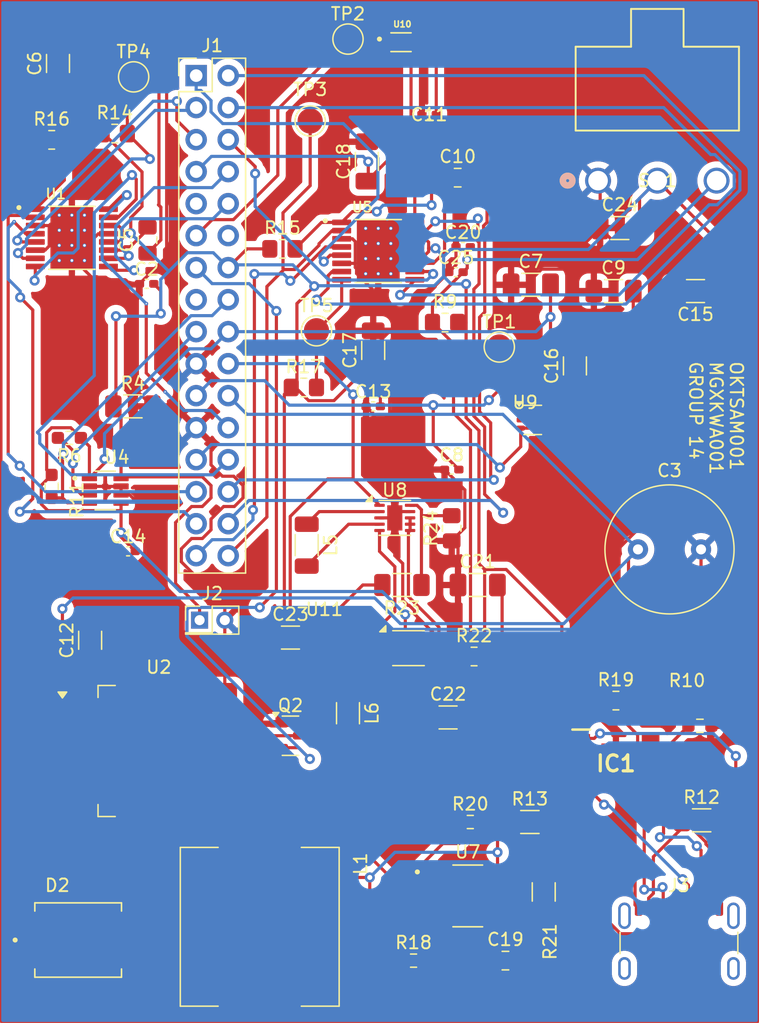
<source format=kicad_pcb>
(kicad_pcb (version 20241229) (generator "pcbnew") (generator_version "9.0")
  (layers (0 "F.Cu" signal) (2 "B.Cu" signal) (13 "F.Paste" user) (15 "B.Paste" user) (5 "F.SilkS" user "F.Silkscreen") (7 "B.SilkS" user "B.Silkscreen") (1 "F.Mask" user) (3 "B.Mask" user) (25 "Edge.Cuts" user))
  (net 0 "")
  (net 1 "/Battery")
  (net 2 "/GND")
  (net 3 "/High Voltage (9V)")
  (net 4 "Net-(U1-VCP)")
  (net 5 "Net-(U1-~{SLEEP})")
  (net 6 "/3V3 Out")
  (net 7 "/EXT_LOAD1_OUT")
  (net 8 "Net-(U5-~{SLEEP})")
  (net 9 "Net-(U5-VCP)")
  (net 10 "/EXT_LOAD2_OUT")
  (net 11 "Net-(U2-FB)")
  (net 12 "/CTRL_EXT_LOAD1")
  (net 13 "/CTRL_EXT_LOAD2")
  (net 14 "/SW_OUT")
  (net 15 "/5V Out")
  (net 16 "Net-(IC1-DM)")
  (net 18 "Net-(IC1-DP)")
  (net 19 "Net-(IC1-CC1)")
  (net 20 "Net-(IC1-VBUS)")
  (net 21 "VDD")
  (net 24 "Net-(IC1-CC2)")
  (net 25 "Net-(IC1-CFG1)")
  (net 26 "/MOTOR1_CTRL1")
  (net 27 "/MOTOR1_A_OUT")
  (net 28 "/I2C1_SCL")
  (net 29 "/MOTOR3_CTRL2")
  (net 30 "/Motor4_B_OUT")
  (net 31 "/MOTOR1_CTRL2")
  (net 32 "/Motor2_A_OUT")
  (net 33 "/USART2_TX")
  (net 34 "/MOTOR3_B_OUT")
  (net 35 "/MOTOR2_CTRL1")
  (net 36 "/MOTOR4_CTRL1")
  (net 37 "/I2C1_SDA")
  (net 38 "/USART2_RX")
  (net 40 "/MOTOR4_CTRL2")
  (net 41 "/MOTOR3_CTRL1")
  (net 42 "/MOTOR3_A_OUT")
  (net 43 "/MOTOR1_B_OUT")
  (net 44 "/Motor4_A_OUT")
  (net 45 "/FAST_CHARGE_CTRL")
  (net 46 "/MOTOR2_CTRL2")
  (net 47 "/Motor2_B_OUT")
  (net 52 "Vbus")
  (net 55 "Net-(D2-K)")
  (net 56 "Net-(U8-L1)")
  (net 57 "Net-(U8-L2)")
  (net 58 "Net-(U11-L2)")
  (net 59 "Net-(U11-L1)")
  (net 60 "Net-(Q2-C)")
  (net 61 "Net-(U7-~{STDBY})")
  (net 62 "Net-(U1-~{FAULT})")
  (net 63 "Net-(U5-~{FAULT})")
  (net 64 "Net-(U7-~{CHRG})")
  (net 65 "Net-(U8-FB)")
  (footprint "Inductor_SMD:L_1206_3216Metric_Pad1.22x1.90mm_HandSolder" (layer "F.Cu") (at 213 106.5 -90)
    (property "Reference" "L6")
    (property "Value" "1.5µH")
  )
  (footprint "Resistor_SMD:R_1206_3216Metric_Pad1.30x1.75mm_HandSolder" (layer "F.Cu") (at 217.275 96.325 180)
    (property "Reference" "R23")
    (property "Value" "1M")
  )
  (footprint "Connector_PinHeader_2.54mm:PinHeader_2x16_P2.54mm_Vertical" (layer "F.Cu") (at 200.96 55.9)
    (property "Reference" "J1")
    (property "Value" "Conn_02x16_Odd_Even")
  )
  (footprint "Capacitor_THT:C_Radial_D10.0mm_H20.0mm_P5.00mm" (layer "F.Cu") (at 236 93.5)
    (property "Reference" "C3")
    (property "Value" "680μF")
  )
  (footprint "Library:IC_DRV8833PWPR" (layer "F.Cu") (at 191.1 68.775)
    (property "Reference" "U1")
    (property "Value" "DRV8833PWPR")
  )
  (footprint "Resistor_SMD:R_0603_1608Metric_Pad0.98x0.95mm_HandSolder" (layer "F.Cu") (at 190.9025 84.65 180)
    (property "Reference" "R6")
    (property "Value" "4.7K")
  )
  (footprint "Resistor_SMD:R_1206_3216Metric_Pad1.30x1.75mm_HandSolder" (layer "F.Cu") (at 227.425 115.135)
    (property "Reference" "R13")
    (property "Value" "1k")
  )
  (footprint "Library:SOP100P600X180-11N" (layer "F.Cu") (at 234.25 110.5)
    (property "Reference" "IC1")
    (property "Value" "CH224K" (hide yes))
  )
  (footprint "Resistor_SMD:R_0805_2012Metric_Pad1.20x1.40mm_HandSolder" (layer "F.Cu") (at 207.8 69.65)
    (property "Reference" "R15")
    (property "Value" "10k")
  )
  (footprint "Library:DIO_SS34" (layer "F.Cu") (at 191.6 124.5)
    (property "Reference" "D2")
    (property "Value" "1N5822")
  )
  (footprint "Inductor_SMD:L_12x12mm_H4.5mm" (layer "F.Cu") (at 206 123.45 90)
    (property "Reference" "L1")
    (property "Value" "33μH")
  )
  (footprint "Capacitor_SMD:C_0402_1005Metric_Pad0.74x0.62mm_HandSolder" (layer "F.Cu") (at 221.225 87.1643)
    (property "Reference" "C8")
    (property "Value" "100nF")
  )
  (footprint "TestPoint:TestPoint_Pad_D2.0mm" (layer "F.Cu") (at 213 53)
    (property "Reference" "TP2")
    (property "Value" "TestPoint")
  )
  (footprint "Connector_PinHeader_2.00mm:PinHeader_2x01_P2.00mm_Vertical" (layer "F.Cu") (at 201.23 99.115)
    (property "Reference" "J2")
    (property "Value" "Conn_02x01")
  )
  (footprint "TestPoint:TestPoint_Pad_D2.0mm" (layer "F.Cu") (at 196 56)
    (property "Reference" "TP4")
    (property "Value" "TestPoint")
  )
  (footprint "TestPoint:TestPoint_Pad_D2.0mm" (layer "F.Cu") (at 210 59.5)
    (property "Reference" "TP3")
    (property "Value" "TestPoint")
  )
  (footprint "Resistor_SMD:R_1206_3216Metric_Pad1.30x1.75mm_HandSolder" (layer "F.Cu") (at 228.525 120.685 90)
    (property "Reference" "R21")
    (property "Value" "1k")
  )
  (footprint "Capacitor_SMD:C_1206_3216Metric_Pad1.33x1.80mm_HandSolder" (layer "F.Cu") (at 214.5 62.7125 90)
    (property "Reference" "C18")
    (property "Value" "1μF")
  )
  (footprint "Resistor_SMD:R_0603_1608Metric" (layer "F.Cu") (at 218.2 126.135)
    (property "Reference" "R18")
    (property "Value" "5100")
  )
  (footprint "Capacitor_SMD:C_0402_1005Metric_Pad0.74x0.62mm_HandSolder" (layer "F.Cu") (at 215 82.15)
    (property "Reference" "C13")
    (property "Value" "2.2μF")
  )
  (footprint "Capacitor_SMD:C_1206_3216Metric_Pad1.33x1.80mm_HandSolder" (layer "F.Cu") (at 223.2875 96.325)
    (property "Reference" "C21")
    (property "Value" "10μF")
  )
  (footprint "Capacitor_SMD:C_0402_1005Metric_Pad0.74x0.62mm_HandSolder" (layer "F.Cu") (at 197.0325 72.425)
    (property "Reference" "C2")
    (property "Value" "2.2μF")
  )
  (footprint "Capacitor_SMD:C_0402_1005Metric_Pad0.74x0.62mm_HandSolder" (layer "F.Cu") (at 221.565 71.5)
    (property "Reference" "C25")
    (property "Value" "100nF")
  )
  (footprint "Capacitor_SMD:C_1206_3216Metric_Pad1.33x1.80mm_HandSolder" (layer "F.Cu") (at 227.5 72.5)
    (property "Reference" "C7")
    (property "Value" "10μF")
  )
  (footprint "Resistor_SMD:R_0603_1608Metric_Pad0.98x0.95mm_HandSolder" (layer "F.Cu") (at 240.9125 107.5)
    (property "Reference" "R10")
    (property "Value" "6.8k")
  )
  (footprint "Resistor_SMD:R_1206_3216Metric_Pad1.30x1.75mm_HandSolder" (layer "F.Cu") (at 241.05 115)
    (property "Reference" "R12")
    (property "Value" "1k")
  )
  (footprint "Capacitor_SMD:C_1206_3216Metric_Pad1.33x1.80mm_HandSolder" (layer "F.Cu") (at 220.9375 106.8375)
    (property "Reference" "C22")
    (property "Value" "10μF")
  )
  (footprint "Capacitor_SMD:C_1206_3216Metric_Pad1.33x1.80mm_HandSolder" (layer "F.Cu") (at 231 78.9375 90)
    (property "Reference" "C16")
    (property "Value" "1μF")
  )
  (footprint "Library:SOT65P280X145-8N" (layer "F.Cu") (at 193.745 88.825)
    (property "Reference" "U4")
    (property "Value" "INA219AxD")
  )
  (footprint "Capacitor_SMD:C_1206_3216Metric_Pad1.33x1.80mm_HandSolder" (layer "F.Cu") (at 234.0625 73)
    (property "Reference" "C9")
    (property "Value" "10μF")
  )
  (footprint "Resistor_SMD:R_0603_1608Metric" (layer "F.Cu") (at 222.7 115.135)
    (property "Reference" "R20")
    (property "Value" "3300")
  )
  (footprint "Library:SOIC127P600X175-9N" (layer "F.Cu") (at 222.5 121)
    (property "Reference" "U7")
    (property "Value" "TP4056-42-ESOP8")
  )
  (footprint "Capacitor_SMD:C_0402_1005Metric_Pad0.74x0.62mm_HandSolder" (layer "F.Cu") (at 195.5575 93.65)
    (property "Reference" "C14")
    (property "Value" "100nF")
  )
  (footprint "Capacitor_SMD:C_1206_3216Metric_Pad1.33x1.80mm_HandSolder" (layer "F.Cu") (at 208.4375 100.5)
    (property "Reference" "C23")
    (property "Value" "10μF")
  )
  (footprint "Resistor_SMD:R_0805_2012Metric_Pad1.20x1.40mm_HandSolder" (layer "F.Cu") (at 223 102)
    (property "Reference" "R22")
    (property "Value" "100")
  )
  (footprint "Resistor_SMD:R_1206_3216Metric_Pad1.30x1.75mm_HandSolder" (layer "F.Cu") (at 195.94 82.15)
    (property "Reference" "R4")
    (property "Value" "0.15")
  )
  (footprint "Package_TO_SOT_SMD:SOT-23" (layer "F.Cu") (at 208.4375 108.2875)
    (property "Reference" "Q2")
    (property "Value" "2N3904")
  )
  (footprint "TestPoint:TestPoint_Pad_D2.0mm" (layer "F.Cu") (at 210.5 76.15)
    (property "Reference" "TP5")
    (property "Value" "TestPoint")
  )
  (footprint "Capacitor_SMD:C_1206_3216Metric_Pad1.33x1.80mm_HandSolder" (layer "F.Cu") (at 234.5625 68)
    (property "Reference" "C24")
    (property "Value" "10μF")
  )
  (footprint "Package_SON:WSON-10-1EP_2.5x2.5mm_P0.5mm_EP1.2x2mm" (layer "F.Cu") (at 217.8 101.3375)
    (property "Reference" "U11")
    (property "Value" "TPS63031DSK")
  )
  (footprint "Resistor_SMD:R_0805_2012Metric_Pad1.20x1.40mm_HandSolder" (layer "F.Cu") (at 194.5 60.5)
    (property "Reference" "R14")
    (property "Value" "10k")
  )
  (footprint "Capacitor_SMD:C_0805_2012Metric_Pad1.18x1.45mm_HandSolder" (layer "F.Cu") (at 197.1 68.9625 90)
    (property "Reference" "C5")
    (property "Value" "10nF")
  )
  (footprint "Resistor_SMD:R_0805_2012Metric_Pad1.20x1.40mm_HandSolder" (layer "F.Cu") (at 221.225 91.825 90)
    (property "Reference" "R24")
    (property "Value" "110k")
  )
  (footprint "Package_TO_SOT_SMD:SOT-363_SC-70-6" (layer "F.Cu") (at 227.65 83.225)
    (property "Reference" "U9")
    (property "Value" "SiP32431DR3DNP3-T1GE4")
  )
  (footprint "Library:SON50P120X160X60-5N" (layer "F.Cu") (at 217.205 53.25)
    (property "Reference" "U10")
    (property "Value" "SiP32431DR3DNP3-T1GE4")
  )
  (footprint "Inductor_SMD:L_1206_3216Metric_Pad1.22x1.90mm_HandSolder" (layer "F.Cu") (at 209.725 93.1625 -90)
    (property "Reference" "L5")
    (property "Value" "1.5µH")
  )
  (footprint "Capacitor_SMD:C_1206_3216Metric_Pad1.33x1.80mm_HandSolder" (layer "F.Cu") (at 192.55 100.7125 90)
    (property "Reference" "C12")
    (property "Value" "220μF")
  )
  (footprint "Resistor_SMD:R_0805_2012Metric_Pad1.20x1.40mm_HandSolder" (layer "F.Cu") (at 220.7 75.5)
    (property "Reference" "R9")
    (property "Value" "100")
  )
  (footprint "Capacitor_SMD:C_0805_2012Metric_Pad1.18x1.45mm_HandSolder" (layer "F.Cu") (at 221.7 64)
    (property "Reference" "C10")
    (property "Value" "10nF")
  )
  (footprint "Resistor_SMD:R_0805_2012Metric_Pad1.20x1.40mm_HandSolder" (layer "F.Cu") (at 209.5 80.65)
    (property "Reference" "R17")
    (property "Value" "10k")
  )
  (footprint "TestPoint:TestPoint_Pad_D2.0mm" (layer "F.Cu") (at 225 77.4375)
    (property "Reference" "TP1")
    (property "Value" "TestPoint")
  )
  (footprint "Resistor_SMD:R_0805_2012Metric_Pad1.20x1.40mm_HandSolder" (layer "F.Cu") (at 189.5 61)
    (property "Reference" "R16")
    (property "Value" "10k")
  )
  (footprint "Capacitor_SMD:C_0402_1005Metric_Pad0.74x0.62mm_HandSolder" (layer "F.Cu") (at 222.1325 69.5)
    (property "Reference" "C20")
    (property "Value" "100nF")
  )
  (footprint "Package_SON:WSON-10-1EP_2.5x2.5mm_P0.5mm_EP1.2x2mm" (layer "F.Cu") (at 216.7125 91)
    (property "Reference" "U8")
    (property "Value" "TPS63030DSK")
  )
  (footprint "Library:IC_DRV8833PWPR" (layer "F.Cu") (at 215.4 69.825)
    (property "Reference" "U5")
    (property "Value" "DRV8833PWPR")
  )
  (footprint "Capacitor_SMD:C_1206_3216Metric_Pad1.33x1.80mm_HandSolder" (layer "F.Cu") (at 215 77.7125 90)
    (property "Reference" "C17")
    (property "Value" "10μF")
  )
  (footprint "Capacitor_SMD:C_1206_3216Metric_Pad1.33x1.80mm_HandSolder" (layer "F.Cu") (at 190 54.9375 90)
    (property "Reference" "C6")
    (property "Value" "10μF")
  )
  (footprint "Capacitor_SMD:C_0805_2012Metric_Pad1.18x1.45mm_HandSolder" (layer "F.Cu") (at 225.4875 126.135)
    (property "Reference" "C19")
    (property "Value" "10nF")
  )
  (footprint "Resistor_SMD:R_0805_2012Metric_Pad1.20x1.40mm_HandSolder" (layer "F.Cu") (at 234.25 105.5)
    (property "Reference" "R19")
    (property "Value" "10k")
  )
  (footprint "Connector_USB:USB_C_Receptacle_GCT_USB4105-xx-A_16P_TopMnt_Horizontal" (layer "F.Cu") (at 239.25 125.68)
    (property "Reference" "J3")
    (property "Value" "USB_C_Receptacle_USB2.0_16P" (hide yes))
  )
  (footprint "Capacitor_SMD:C_1206_3216Metric_Pad1.33x1.80mm_HandSolder" (layer "F.Cu") (at 240.5625 73 180)
    (property "Reference" "C15")
    (property "Value" "10μF")
  )
  (footprint "Package_TO_SOT_SMD:TO-263-5_TabPin3" (layer "F.Cu") (at 198 109.5)
    (property "Reference" "U2")
    (property "Value" "LM2596S-5")
  )
  (footprint "Capacitor_SMD:C_0402_1005Metric_Pad0.74x0.62mm_HandSolder" (layer "F.Cu") (at 219.4325 59)
    (property "Reference" "C11")
    (property "Value" "100nF")
  )
  (footprint "Resistor_SMD:R_0603_1608Metric_Pad0.98x0.95mm_HandSolder" (layer "F.Cu") (at 189.5 88.5 -90)
    (property "Reference" "R11")
    (property "Value" "4.7k")
  )
  (footprint "Library:SS-12D06_GSW" (layer "F.Cu") (at 232.8334 64.2343)
    (property "Reference" "SW1")
    (property "Value" "SS-12D06-G030")
  )
  (gr_rect (start 185.5 50) (end 245.5 131) (stroke (width 0.2)) (fill no) (layer "F.Cu") (net 2))
  (gr_text "OKTSAM001\nMGXKWA001\nGROUP 14" (at 240 78.5 270) (layer "F.SilkS") (effects (font (size 1 1)) (justify left bottom)))
  (segment (start 197.6 72.425) (end 198.1518 72.9768) (width 0.25) (layer "F.Cu") (net 1))
  (segment (start 208.95 80.7625) (end 208.95 80.65) (width 0.25) (layer "F.Cu") (net 1))
  (segment (start 198.1518 72.9768) (end 198.1518 74.781) (width 0.25) (layer "F.Cu") (net 1))
  (segment (start 195.7723 68.411) (end 195.7723 68.4126) (width 0.25) (layer "F.Cu") (net 1))
  (segment (start 224 105.3375) (end 222.5 106.8375) (width 0.25) (layer "F.Cu") (net 1))
  (segment (start 223.3871 94.6434) (end 223.8388 95.0951) (width 0.25) (layer "F.Cu") (net 1))
  (segment (start 199.3268 96.2101) (end 199.3268 91.364) (width 0.25) (layer "F.Cu") (net 1))
  (segment (start 195.0823 68.4126) (end 195.0823 68.849) (width 0.25) (layer "F.Cu") (net 1))
  (segment (start 215.5675 82.15) (end 215.5675 79.8425) (width 0.25) (layer "F.Cu") (net 1))
  (segment (start 194.595 82.355) (end 194.39 82.15) (width 0.25) (layer "F.Cu") (net 1))
  (segment (start 208.95 80.65) (end 208.5 80.65) (width 0.25) (layer "F.Cu") (net 1))
  (segment (start 207.9506 100.3349) (end 207.9506 81.1994) (width 0.25) (layer "F.Cu") (net 1))
  (segment (start 202.1367 89.4075) (end 202.1367 88.4325) (width 0.25) (layer "F.Cu") (net 1))
  (segment (start 226.525 123.6192) (end 226.525 124.0709) (width 0.25) (layer "F.Cu") (net 1))
  (segment (start 209.8847 81.6972) (end 208.95 80.7625) (width 0.25) (layer "F.Cu") (net 1))
  (segment (start 212.0632 109.134) (end 211.6858 108.7566) (width 0.25) (layer "F.Cu") (net 1))
  (segment (start 206.8 69.65) (end 204.99 69.65) (width 0.25) (layer "F.Cu") (net 1))
  (segment (start 192.5 59.5) (end 193.5 60.5) (width 0.25) (layer "F.Cu") (net 1))
  (segment (start 201.23 99.115) (end 201.23 98.1133) (width 0.25) (layer "F.Cu") (net 1))
  (segment (start 195.0823 68.849) (end 194.8313 69.1) (width 0.25) (layer "F.Cu") (net 1))
  (segment (start 211.6858 103.4496) (end 211.0653 103.4496) (width 0.25) (layer "F.Cu") (net 1))
  (segment (start 219.3964 69.6053) (end 219.3964 69.1218) (width 0.25) (layer "F.Cu") (net 1))
  (segment (start 230.4129 113.589) (end 230.4129 122.8455) (width 0.25) (layer "F.Cu") (net 1))
  (segment (start 216.5875 102.3375) (end 216.5875 106.4787) (width 0.25) (layer "F.Cu") (net 1))
  (segment (start 229.9612 99.5086) (end 229.9612 113.1373) (width 0.25) (layer "F.Cu") (net 1))
  (segment (start 194.7761 67.8) (end 194 67.8) (width 0.25) (layer "F.Cu") (net 1))
  (segment (start 211.8841 81.6972) (end 209.8847 81.6972) (width 0.25) (layer "F.Cu") (net 1))
  (segment (start 224 102) (end 224 105.3375) (width 0.25) (layer "F.Cu") (net 1))
  (segment (start 195.0823 68.4126) (end 195.7723 68.4126) (width 0.25) (layer "F.Cu") (net 1))
  (segment (start 211.6858 103.4496) (end 216.7156 98.4198) (width 0.25) (layer "F.Cu") (net 1))
  (segment (start 200.5941 90.0967) (end 201.4475 90.0967) (width 0.25) (layer "F.Cu") (net 1))
  (segment (start 195.7723 67.1728) (end 195.7723 68.4126) (width 0.25) (layer "F.Cu") (net 1))
  (segment (start 196.6638 63.5444) (end 196.6638 66.2813) (width 0.25) (layer "F.Cu") (net 1))
  (segment (start 188.5 61) (end 190 59.5) (width 0.25) (layer "F.Cu") (net 1))
  (segment (start 226.525 124.0709) (end 226.525 126.135) (width 0.25) (layer "F.Cu") (net 1))
  (segment (start 218.3 70.15) (end 219.1127 70.15) (width 0.25) (layer "F.Cu") (net 1))
  (segment (start 219.1127 70.15) (end 219.3964 69.8663) (width 0.25) (layer "F.Cu") (net 1))
  (segment (start 208.95 73.9906) (end 210.3247 72.6159) (width 0.25) (layer "F.Cu") (net 1))
  (segment (start 237.5334 64.2343) (end 242.125 68.8259) (width 0.25) (layer "F.Cu") (net 1))
  (segment (start 219.9354 69.6053) (end 219.3964 69.6053) (width 0.25) (layer "F.Cu") (net 1))
  (segment (start 195 87.85) (end 195 82.9733) (width 0.25) (layer "F.Cu") (net 1))
  (segment (start 196.6638 66.2813) (end 195.7723 67.1728) (width 0.25) (layer "F.Cu") (net 1))
  (segment (start 208.95 80.65) (end 208.95 73.9906) (width 0.25) (layer "F.Cu") (net 1))
  (segment (start 223.8388 101.8388) (end 224 102) (width 0.25) (layer "F.Cu") (net 1))
  (segment (start 225.8108 122.905) (end 226.525 123.6192) (width 0.25) (layer "F.Cu") (net 1))
  (segment (start 215.5675 79.8425) (end 215 79.275) (width 0.25) (layer "F.Cu") (net 1))
  (segment (start 195.0823 68.1062) (end 194.7761 67.8) (width 0.25) (layer "F.Cu") (net 1))
  (segment (start 202.1367 88.4325) (end 201.4475 87.7433) (width 0.25) (layer "F.Cu") (net 1))
  (segment (start 201.23 98.1133) (end 199.3268 96.2101) (width 0.25) (layer "F.Cu") (net 1))
  (segment (start 215 79.275) (end 214.3063 79.275) (width 0.25) (layer "F.Cu") (net 1))
  (segment (start 190 59.5) (end 192.5 59.5) (width 0.25) (layer "F.Cu") (net 1))
  (segment (start 195 82.9733) (end 194.595 82.5683) (width 0.25) (layer "F.Cu") (net 1))
  (segment (start 236.125 65.6427) (end 236.125 68) (width 0.25) (layer "F.Cu") (net 1))
  (segment (start 201.4475 90.0967) (end 202.1367 89.4075) (width 0.25) (layer "F.Cu") (net 1))
  (segment (start 195.0823 68.4126) (end 195.0823 68.1062) (width 0.25) (layer "F.Cu") (net 1))
  (segment (start 211.6858 108.7566) (end 211.6858 103.4496) (width 0.25) (layer "F.Cu") (net 1))
  (segment (start 219.3964 69.1218) (end 219.1246 68.85) (width 0.25) (layer "F.Cu") (net 1))
  (segment (start 229.9612 113.1373) (end 230.4129 113.589) (width 0.25) (layer "F.Cu") (net 1))
  (segment (start 193.5 60.5) (end 193.6194 60.5) (width 0.25) (layer "F.Cu") (net 1))
  (segment (start 194.8313 69.1) (end 194 69.1) (width 0.25) (layer "F.Cu") (net 1))
  (segment (start 204.99 69.65) (end 203.5 71.14) (width 0.25) (layer "F.Cu") (net 1))
  (segment (start 237.5334 64.2343) (end 236.125 65.6427) (width 0.25) (layer "F.Cu") (net 1))
  (segment (start 223.8388 95.0951) (end 223.8388 101.8388) (width 0.25) (layer "F.Cu") (net 1))
  (segment (start 215.5 93.6542) (end 215.5 92) (width 0.25) (layer "F.Cu") (net 1))
  (segment (start 230.4129 122.8455) (end 229.1875 124.0709) (width 0.25) (layer "F.Cu") (net 1))
  (segment (start 222.3668 83.0488) (end 223.3871 84.0691) (width 0.25) (layer "F.Cu") (net 1))
  (segment (start 190 59.5) (end 190 56.5) (width 0.25) (layer "F.Cu") (net 1))
  (segment (start 207.9506 81.1994) (end 208.5 80.65) (width 0.25) (layer "F.Cu") (net 1))
  (segment (start 216.5875 106.4787) (end 213.9322 109.134) (width 0.25) (layer "F.Cu") (net 1))
  (segment (start 221.7 75.5) (end 222.3668 75.5) (width 0.25) (layer "F.Cu") (net 1))
  (segment (start 216.7156 98.4198) (end 216.7156 94.8698) (width 0.25) (layer "F.Cu") (net 1))
  (segment (start 213.9322 109.134) (end 212.0632 109.134) (width 0.25) (layer "F.Cu") (net 1))
  (segment (start 199.3268 91.364) (end 200.5941 90.0967) (width 0.25) (layer "F.Cu") (net 1))
  (segment (start 193.6194 60.5) (end 196.6638 63.5444) (width 0.25) (layer "F.Cu") (net 1))
  (segment (start 222.3668 75.5) (end 222.3668 83.0488) (width 0.25) (layer "F.Cu") (net 1))
  (segment (start 223.8388 95.0951) (end 225.5477 95.0951) (width 0.25) (layer "F.Cu") (net 1))
  (segment (start 194.595 82.5683) (end 194.595 74.9951) (width 0.25) (layer "F.Cu") (net 1))
  (segment (start 195.7723 68.4126) (end 195.7723 68.411) (width 0.25) (layer "F.Cu") (net 1))
  (segment (start 216.7156 94.8698) (end 215.5 93.6542) (width 0.25) (layer "F.Cu") (net 1))
  (segment (start 214.3063 79.275) (end 211.8841 81.6972) (width 0.25) (layer "F.Cu") (net 1))
  (segment (start 222.3668 75.5) (end 222.3668 72.4338) (width 0.25) (layer "F.Cu") (net 1))
  (segment (start 219.3964 69.8663) (end 219.3964 69.6053) (width 0.25) (layer "F.Cu") (net 1))
  (segment (start 225.5477 95.0951) (end 229.9612 99.5086) (width 0.25) (layer "F.Cu") (net 1))
  (segment (start 201.4475 87.7433) (end 195.1067 87.7433) (width 0.25) (layer "F.Cu") (net 1))
  (segment (start 194.595 82.5683) (end 194.595 82.355) (width 0.25) (layer "F.Cu") (net 1))
  (segment (start 211.0653 103.4496) (end 207.9506 100.3349) (width 0.25) (layer "F.Cu") (net 1))
  (segment (start 223.3871 84.0691) (end 223.3871 94.6434) (width 0.25) (layer "F.Cu") (net 1))
  (segment (start 242.125 68.8259) (end 242.125 73) (width 0.25) (layer "F.Cu") (net 1))
  (segment (start 219.1246 68.85) (end 218.3 68.85) (width 0.25) (layer "F.Cu") (net 1))
  (segment (start 229.1875 124.0709) (end 226.525 124.0709) (width 0.25) (layer "F.Cu") (net 1))
  (segment (start 195.1067 87.7433) (end 195 87.85) (width 0.25) (layer "F.Cu") (net 1))
  (segment (start 224.975 122.905) (end 225.8108 122.905) (width 0.25) (layer "F.Cu") (net 1))
  (via (at 198.1518 74.781) (size 0.8) (drill 0.4) (layers "F.Cu" "B.Cu") (net 1))
  (via (at 194.595 74.9951) (size 0.8) (drill 0.4) (layers "F.Cu" "B.Cu") (net 1))
  (via (at 219.9354 69.6053) (size 0.8) (drill 0.4) (layers "F.Cu" "B.Cu") (net 1))
  (via (at 222.3668 72.4338) (size 0.8) (drill 0.4) (layers "F.Cu" "B.Cu") (net 1))
  (via (at 195.7723 68.4126) (size 0.8) (drill 0.4) (layers "F.Cu" "B.Cu") (net 1))
  (via (at 210.3247 72.6159) (size 0.8) (drill 0.4) (layers "F.Cu" "B.Cu") (net 1))
  (segment (start 197.9377 74.9951) (end 198.1518 74.781) (width 0.25) (layer "B.Cu") (net 1))
  (segment (start 222.3668 72.4338) (end 221.1779 72.4338) (width 0.25) (layer "B.Cu") (net 1))
  (segment (start 198.7892 71.4294) (end 195.7723 68.4126) (width 0.25) (layer "B.Cu") (net 1))
  (segment (start 232.0675 69.7002) (end 237.5334 64.2343) (width 0.25) (layer "B.Cu") (net 1))
  (segment (start 220.5835 70.2534) (end 221.1367 69.7002) (width 0.25) (layer "B.Cu") (net 1))
  (segment (start 221.1367 69.7002) (end 232.0675 69.7002) (width 0.25) (layer "B.Cu") (net 1))
  (segment (start 210.3649 72.5757) (end 210.3247 72.6159) (width 0.25) (layer "B.Cu") (net 1))
  (segment (start 194.595 74.9951) (end 197.9377 74.9951) (width 0.25) (layer "B.Cu") (net 1))
  (segment (start 203.7224 70.9176) (end 203.5 71.14) (width 0.25) (layer "B.Cu") (net 1))
  (segment (start 220.5835 70.2534) (end 220.5835 71.8394) (width 0.25) (layer "B.Cu") (net 1))
  (segment (start 198.7892 71.4294) (end 198.1518 72.0668) (width 0.25) (layer "B.Cu") (net 1))
  (segment (start 200.2627 69.9559) (end 198.7892 71.4294) (width 0.25) (layer "B.Cu") (net 1))
  (segment (start 220.5835 70.2534) (end 219.9354 69.6053) (width 0.25) (layer "B.Cu") (net 1))
  (segment (start 198.1518 72.0668) (end 198.1518 74.781) (width 0.25) (layer "B.Cu") (net 1))
  (segment (start 221.1779 72.4338) (end 220.5835 71.8394) (width 0.25) (layer "B.Cu") (net 1))
  (segment (start 195.7723 68.411) (end 195.7723 68.4126) (width 0.25) (layer "B.Cu") (net 1))
  (segment (start 208.6264 70.9176) (end 203.7224 70.9176) (width 0.25) (layer "B.Cu") (net 1))
  (segment (start 210.3247 72.6159) (end 208.6264 70.9176) (width 0.25) (layer "B.Cu") (net 1))
  (segment (start 195.7723 68.4126) (end 195.7723 68.411) (width 0.25) (layer "B.Cu") (net 1))
  (segment (start 203.5 71.14) (end 202.3159 69.9559) (width 0.25) (layer "B.Cu") (net 1))
  (segment (start 202.3159 69.9559) (end 200.2627 69.9559) (width 0.25) (layer "B.Cu") (net 1))
  (segment (start 219.8472 72.5757) (end 210.3649 72.5757) (width 0.25) (layer "B.Cu") (net 1))
  (segment (start 220.5835 71.8394) (end 219.8472 72.5757) (width 0.25) (layer "B.Cu") (net 1))
  (segment (start 216.7125 87.1643) (end 216.7125 91) (width 0.25) (layer "F.Cu") (net 2))
  (segment (start 191.2976 67.6983) (end 191.5767 67.9774) (width 0.25) (layer "F.Cu") (net 2))
  (segment (start 231 71.2577) (end 228.3603 71.2577) (width 0.25) (layer "F.Cu") (net 2))
  (segment (start 202.1368 86.793) (end 203.037 87.6932) (width 0.25) (layer "F.Cu") (net 2))
  (segment (start 221.875 115.135) (end 219.375 112.635) (width 0.25) (layer "F.Cu") (net 2))
  (segment (start 191.3146 100.3854) (end 192.55 99.15) (width 0.25) (layer "F.Cu") (net 2))
  (segment (start 213.5769 71.1246) (end 213.6795 71.2272) (width 0.25) (layer "F.Cu") (net 2))
  (segment (start 222.5 117.4618) (end 224.3309 115.6309) (width 0.25) (layer "F.Cu") (net 2))
  (segment (start 194.99 96.71) (end 194.99 93.65) (width 0.25) (layer "F.Cu") (net 2))
  (segment (start 203.23 100.5) (end 203.23 99.115) (width 0.25) (layer "F.Cu") (net 2))
  (segment (start 188.2 67.8) (end 189.3016 67.8) (width 0.25) (layer "F.Cu") (net 2))
  (segment (start 219.0125 100.8375) (end 219.4875 100.8375) (width 0.25) (layer "F.Cu") (net 2))
  (segment (start 196.2937 80.9537) (end 197.49 82.15) (width 0.25) (layer "F.Cu") (net 2))
  (segment (start 203.23 105.77) (end 203.23 100.5) (width 0.25) (layer "F.Cu") (net 2))
  (segment (start 221.565 70.9325) (end 220.9975 71.5) (width 0.25) (layer "F.Cu") (net 2))
  (segment (start 189.4033 67.6983) (end 191.2976 67.6983) (width 0.25) (layer "F.Cu") (net 2))
  (segment (start 220.6575 87.1643) (end 216.7125 87.1643) (width 0.25) (layer "F.Cu") (net 2))
  (segment (start 216.7125 93.9916) (end 216.7125 91) (width 0.25) (layer "F.Cu") (net 2))
  (segment (start 221.3367 121.6335) (end 221.3352 121.635) (width 0.25) (layer "F.Cu") (net 2))
  (segment (start 221.725 96.325) (end 221.725 93.325) (width 0.25) (layer "F.Cu") (net 2))
  (segment (start 217.8457 97.9393) (end 217.7601 97.9393) (width 0.25) (layer "F.Cu") (net 2))
  (segment (start 241.5971 107.7279) (end 241.825 107.5) (width 0.25) (layer "F.Cu") (net 2))
  (segment (start 202.1368 85.0168) (end 202.1368 86.793) (width 0.25) (layer "F.Cu") (net 2))
  (segment (start 220.6575 87.1643) (end 222.2661 88.7729) (width 0.25) (layer "F.Cu") (net 2))
  (segment (start 191.1744 68.7749) (end 191.6 69.2005) (width 0.25) (layer "F.Cu") (net 2))
  (segment (start 221.3367 119.095) (end 221.3367 121.6335) (width 0.25) (layer "F.Cu") (net 2))
  (segment (start 199.5 98.16) (end 199.5 109.5) (width 0.25) (layer "F.Cu") (net 2))
  (segment (start 227.3966 72.2214) (end 227.3966 72.5) (width 0.25) (layer "F.Cu") (net 2))
  (segment (start 200.96 83.84) (end 202.1368 85.0168) (width 0.25) (layer "F.Cu") (net 2))
  (segment (start 189.3016 67.8) (end 189.4033 67.6983) (width 0.25) (layer "F.Cu") (net 2))
  (segment (start 234.25 110.725) (end 234.25 110.5) (width 0.25) (layer "F.Cu") (net 2))
  (segment (start 213.6795 71.6047) (end 215.0633 72.9884) (width 0.25) (layer "F.Cu") (net 2))
  (segment (start 215.0633 72.9884) (end 215 73.0517) (width 0.25) (layer "F.Cu") (net 2))
  (segment (start 215 76.15) (end 215.6738 76.8237) (width 0.25) (layer "F.Cu") (net 2))
  (segment (start 234.25 110.5) (end 234.25 108.2272) (width 0.25) (layer "F.Cu") (net 2))
  (segment (start 217.205 52.4933) (end 218.446 52.4933) (width 0.25) (layer "F.Cu") (net 2))
  (segment (start 225.9374 64.8689) (end 223.1056 62.0371) (width 0.25) (layer "F.Cu") (net 2))
  (segment (start 221.565 69.5) (end 221.565 70.9325) (width 0.25) (layer "F.Cu") (net 2))
  (segment (start 239 91.5) (end 239 73) (width 0.25) (layer "F.Cu") (net 2))
  (segment (start 215.5 91) (end 216.7125 91) (width 0.25) (layer "F.Cu") (net 2))
  (segment (start 217.8 101.3375) (end 216.5875 101.3375) (width 0.25) (layer "F.Cu") (net 2))
  (segment (start 200.96 78.76) (end 199.27 80.45) (width 0.25) (layer "F.Cu") (net 2))
  (segment (start 191.6 69.2005) (end 191.6 70.8269) (width 0.25) (layer "F.Cu") (net 2))
  (segment (start 217.205 53.2425) (end 217.205 53.25) (width 0.25) (layer "F.Cu") (net 2))
  (segment (start 219.025 126.135) (end 220.55 126.135) (width 0.25) (layer "F.Cu") (net 2))
  (segment (start 217.205 54.0067) (end 216.41 54.0067) (width 0.25) (layer "F.Cu") (net 2))
  (segment (start 213.6795 71.2272) (end 213.6795 71.6047) (width 0.25) (layer "F.Cu") (net 2))
  (segment (start 191.5767 67.9774) (end 191.5767 68.3726) (width 0.25) (layer "F.Cu") (net 2))
  (segment (start 217.205 53.2425) (end 217.205 52.4933) (width 0.25) (layer "F.Cu") (net 2))
  (segment (start 203.9875 90.0967) (end 203.1345 90.0967) (width 0.25) (layer "F.Cu") (net 2))
  (segment (start 216.9152 69.4404) (end 216.5306 69.825) (width 0.25) (layer "F.Cu") (net 2))
  (segment (start 223.9673 114.3322) (end 222.6778 114.3322) (width 0.25) (layer "F.Cu") (net 2))
  (segment (start 224.45 126.135) (end 222.5 124.185) (width 0.25) (layer "F.Cu") (net 2))
  (segment (start 216.3061 77.5269) (end 216.2176 77.4384) (width 0.25) (layer "F.Cu") (net 2))
  (segment (start 231 77.375) (end 231 71.2577) (width 0.25) (layer "F.Cu") (net 2))
  (segment (start 219.7597 100.1114) (end 218.2714 98.6231) (width 0.25) (layer "F.Cu") (net 2))
  (segment (start 218.2714 98.365) (end 217.8457 97.9393) (width 0.25) (layer "F.Cu") (net 2))
  (segment (start 196.8792 90.3702) (end 196.8792 94.0127) (width 0.25) (layer "F.Cu") (net 2))
  (segment (start 196.2937 72.5963) (end 196.2937 80.9537) (width 0.25) (layer "F.Cu") (net 2))
  (segment (start 214.4325 82.15) (end 215.1172 82.8347) (width 0.25) (layer "F.Cu") (net 2))
  (segment (start 221.725 93.325) (end 221.225 92.825) (width 0.25) (layer "F.Cu") (net 2))
  (segment (start 201.4475 92.6367) (end 200.5943 92.6367) (width 0.25) (layer "F.Cu") (net 2))
  (segment (start 213.353 68.85) (end 213.5769 69.0739) (width 0.25) (layer "F.Cu") (net 2))
  (segment (start 227.3966 82.8381) (end 227.0097 83.225) (width 0.25) (layer "F.Cu") (net 2))
  (segment (start 232.5 75.875) (end 231 77.375) (width 0.25) (layer "F.Cu") (net 2))
  (segment (start 219.375 112.635) (end 219.375 106.8375) (width 0.25) (layer "F.Cu") (net 2))
  (segment (start 220.55 126.135) (end 222.5 124.185) (width 0.25) (layer "F.Cu") (net 2))
  (segment (start 232.8334 64.2343) (end 233 64.4009) (width 0.25) (layer "F.Cu") (net 2))
  (segment (start 224.3309 114.6958) (end 223.9673 114.3322) (width 0.25) (layer "F.Cu") (net 2))
  (segment (start 216.5306 69.825) (end 215.4 69.825) (width 0.25) (layer "F.Cu") (net 2))
  (segment (start 190 53.375) (end 195.9468 53.375) (width 0.25) (layer "F.Cu") (net 2))
  (segment (start 207.5 101.125) (end 207.5 107.3375) (width 0.25) (layer "F.Cu") (net 2))
  (segment (start 218.446 52.4933) (end 218.865 52.9123) (width 0.25) (layer "F.Cu") (net 2))
  (segment (start 192.49 88.5) (end 195 88.5) (width 0.25) (layer "F.Cu") (net 2))
  (segment (start 217.8 101.3375) (end 218.3 100.8375) (width 0.25) (layer "F.Cu") (net 2))
  (segment (start 241 93.5) (end 241 106.675) (width 0.25) (layer "F.Cu") (net 2))
  (segment (start 222.2661 91.7839) (end 221.225 92.825) (width 0.25) (layer "F.Cu") (net 2))
  (segment (start 217.925 90.5) (end 217.2125 90.5) (width 0.25) (layer "F.Cu") (net 2))
  (segment (start 195 88.5) (end 195 89.15) (width 0.25) (layer "F.Cu") (net 2))
  (segment (start 221.3352 121.635) (end 221.3367 121.635) (width 0.25) (layer "F.Cu") (net 2))
  (segment (start 217.8 105.2625) (end 217.8 101.3375) (width 0.25) (layer "F.Cu") (net 2))
  (segment (start 232.3075 95.5956) (end 236.4031 91.5) (width 0.25) (layer "F.Cu") (net 2))
  (segment (start 203.1345 90.0967) (end 202.1367 91.0945) (width 0.25) (layer "F.Cu") (net 2))
  (segment (start 234.25 112.2396) (end 234.25 112.5042) (width 0.25) (layer "F.Cu") (net 2))
  (segment (start 193.3694 72.5963) (end 196.2937 72.5963) (width 0.25) (layer "F.Cu") (net 2))
  (segment (start 219.4875 100.8375) (end 219.7597 100.5653) (width 0.25) (layer "F.Cu") (net 2))
  (segment (start 203.2299 97.934) (end 203.23 97.934) (width 0.25) (layer "F.Cu") (net 2))
  (segment (start 242.45 117.1602) (end 241.5971 116.3073) (width 0.25) (layer "F.Cu") (net 2))
  (segment (start 216.3061 82.8347) (end 216.3061 77.5269) (width 0.25) (layer "F.Cu") (net 2))
  (segment (start 188.2 69.75) (end 188.9745 69.75) (width 0.25) (layer "F.Cu") (net 2))
  (segment (start 222.5 124.185) (end 222.5 121.635) (width 0.25) (layer "F.Cu") (net 2))
  (segment (start 194 68.45) (end 193.1979 68.45) (width 0.25) (layer "F.Cu") (net 2))
  (segment (start 199.27 82.15) (end 200.96 83.84) (width 0.25) (layer "F.Cu") (net 2))
  (segment (start 196.8792 94.0127) (end 196.116 94.7759) (width 0.25) (layer "F.Cu") (net 2))
  (segment (start 215.6738 76.8237) (end 220.9975 71.5) (width 0.25) (layer "F.Cu") (net 2))
  (segment (start 238 73) (end 233 68) (width 0.25) (layer "F.Cu") (net 2))
  (segment (start 227.3966 72.5) (end 227.3966 82.8381) (width 0.25) (layer "F.Cu") (net 2))
  (segment (start 188.9745 69.75) (end 189.3016 69.4229) (width 0.25) (layer "F.Cu") (net 2))
  (segment (start 202.1367 91.9475) (end 201.4475 92.6367) (width 0.25) (layer "F.Cu") (net 2))
  (segment (start 189.3016 69.4229) (end 189.3016 67.8) (width 0.25) (layer "F.Cu") (net 2))
  (segment (start 190.35 109.5) (end 191.8305 109.5) (width 0.25) (layer "F.Cu") (net 2))
  (segment (start 218.865 52.9123) (end 218.865 59) (width 0.25) (layer "F.Cu") (net 2))
  (segment (start 231 70) (end 231 71.2577) (width 0.25) (layer "F.Cu") (net 2))
  (segment (start 222.2661 88.7729) (end 222.2661 91.7839) (width 0.25) (layer "F.Cu") (net 2))
  (segment (start 213.5769 69.0739) (end 213.5769 70.8) (width 0.25) (layer "F.Cu") (net 2))
  (segment (start 204.6767 89.4075) (end 203.9875 90.0967) (width 0.25) (layer "F.Cu") (net 2))
  (segment (start 215.4 72.6517) (end 215.0633 72.9884) (width 0.25) (layer "F.Cu") (net 2))
  (segment (start 215 73.0517) (end 215 76.15) (width 0.25) (layer "F.Cu") (net 2))
  (segment (start 203.037 87.6932) (end 203.9374 87.6932) (width 0.25) (layer "F.Cu") (net 2))
  (segment (start 202.1367 91.0945) (end 202.1367 91.9475) (width 0.25) (layer "F.Cu") (net 2))
  (segment (start 218.865 59) (end 218.865 62.0371) (width 0.25) (layer "F.Cu") (net 2))
  (segment (start 220.025 119.095) (end 221.3367 119.095) (width 0.25) (layer "F.Cu") (net 2))
  (segment (start 225.9375 72.5) (end 225.9374 72.5) (width 0.25) (layer "F.Cu") (net 2))
  (segment (start 219.7597 100.5653) (end 219.7597 100.1114) (width 0.25) (layer "F.Cu") (net 2))
  (segment (start 199.27 80.45) (end 199.27 82.15) (width 0.25) (layer "F.Cu") (net 2))
  (segment (start 188.8821 112.9) (end 187.6562 111.6741) (width 0.25) (layer "F.Cu") (net 2))
  (segment (start 196.116 94.7759) (end 199.5 98.16) (width 0.25) (layer "F.Cu") (net 2))
  (segment (start 203.9374 87.6932) (end 204.6767 88.4325) (width 0.25) (layer "F.Cu") (net 2))
  (segment (start 192.9819 108.3486) (end 192.9819 105.5423) (width 0.25) (layer "F.Cu") (net 2))
  (segment (start 234.25 112.5042) (end 235.767 114.0212) (width 0.25) (layer "F.Cu") (net 2))
  (segment (start 196.2937 72.5963) (end 196.465 72.425) (width 0.25) (layer "F.Cu") (net 2))
  (segment (start 218.2714 98.6231) (end 218.2714 98.365) (width 0.25) (layer "F.Cu") (net 2))
  (segment (start 236.4031 91.5) (end 239 91.5) (width 0.25) (layer "F.Cu") (net 2))
  (segment (start 188.8791 109.5) (end 190.35 109.5) (width 0.25) (layer "F.Cu") (net 2))
  (segment (start 192.55 99.15) (end 194.99 96.71) (width 0.25) (layer "F.Cu") (net 2))
  (segment (start 215.1172 82.8347) (end 216.3061 82.8347) (width 0.25) (layer "F.Cu") (net 2))
  (segment (start 187.6562 110.7229) (end 188.8791 109.5) (width 0.25) (layer "F.Cu") (net 2))
  (segment (start 217.341 97.5202) (end 217.341 94.6201) (width 0.25) (layer "F.Cu") (net 2))
  (segment (start 220.025 121.635) (end 221.3352 121.635) (width 0.25) (layer "F.Cu") (net 2))
  (segment (start 192.9819 105.5423) (end 191.3146 103.875) (width 0.25) (layer "F.Cu") (net 2))
  (segment (start 216.3061 82.8347) (end 216.7125 83.2411) (width 0.25) (layer "F.Cu") (net 2))
  (segment (start 187.6562 111.6741) (end 187.6562 110.7229) (width 0.25) (layer "F.Cu") (net 2))
  (segment (start 218.3 69.5) (end 216.9748 69.5) (width 0.25) (layer "F.Cu") (net 2))
  (segment (start 242.45 122) (end 242.45 117.1602) (width 0.25) (layer "F.Cu") (net 2))
  (segment (start 216.2176 77.3676) (end 215.6738 76.8237) (width 0.25) (layer "F.Cu") (net 2))
  (segment (start 195 89.15) (end 195.659 89.15) (width 0.25) (layer "F.Cu") (net 2))
  (segment (start 234.25 108.2272) (end 232.3075 106.2847) (width 0.25) (layer "F.Cu") (net 2))
  (segment (start 193.1979 68.45) (end 192.8729 68.775) (width 0.25) (layer "F.Cu") (net 2))
  (segment (start 223.1056 62.0371) (end 218.865 62.0371) (width 0.25) (layer "F.Cu") (net 2))
  (segment (start 227.0097 83.225) (end 226.7 83.225) (width 0.25) (layer "F.Cu") (net 2))
  (segment (start 195.9468 53.375) (end 198.6178 56.046) (width 0.25) (layer "F.Cu") (net 2))
  (segment (start 194.99 93.65) (end 196.116 94.7759) (width 0.25) (layer "F.Cu") (net 2))
  (segment (start 204.6767 88.4325) (end 204.6767 89.4075) (width 0.25) (layer "F.Cu") (net 2))
  (segment (start 203.23 97.934) (end 203.23 99.115) (width 0.25) (layer "F.Cu") (net 2))
  (segment (start 213.5769 70.8) (end 213.5769 71.1246) (width 0.25) (layer "F.Cu") (net 2))
  (segment (start 216.41 59.24) (end 216.41 54.0067) (width 0.25) (layer "F.Cu") (net 2))
  (segment (start 241 106.675) (end 241.825 107.5) (width 0.25) (layer "F.Cu") (net 2))
  (segment (start 233 68) (end 231 70) (width 0.25) (layer "F.Cu") (net 2))
  (segment (start 191.5767 68.3726) (end 191.1744 68.7749) (width 0.25) (layer "F.Cu") (net 2))
  (segment (start 241.5971 116.3073) (end 241.5971 107.7279) (width 0.25) (layer "F.Cu") (net 2))
  (segment (start 206.875 100.5) (end 207.5 101.125) (width 0.25) (layer "F.Cu") (net 2))
  (segment (start 197.49 82.15) (end 199.27 82.15) (width 0.25) (layer "F.Cu") (net 2))
  (segment (start 222.5 121.635) (end 222.5 121) (width 0.25) (layer "F.Cu") (net 2))
  (segment (start 226.7 83.225) (end 228.6 83.225) (width 0.25) (layer "F.Cu") (net 2))
  (segment (start 199.7833 93.4477) (end 199.7833 94.4874) (width 0.25) (layer "F.Cu") (net 2))
  (segment (start 235.767 114.0212) (end 235.767 121.717) (width 0.25) (layer "F.Cu") (net 2))
  (segment (start 233 64.4009) (end 233 68) (width 0.25) (layer "F.Cu") (net 2))
  (segment (start 225.9375 72.5) (end 227.3966 72.5) (width 0.25) (layer "F.Cu") (net 2))
  (segment (start 192.8729 68.775) (end 191.1 68.775) (width 0.25) (layer "F.Cu") (net 2))
  (segment (start 218.865 62.0371) (end 216.9152 63.9869) (width 0.25) (layer "F.Cu") (net 2))
  (segment (start 222.5 121) (end 222.5 117.4618) (width 0.25) (layer "F.Cu") (net 2))
  (segment (start 191.3146 103.875) (end 191.3146 100.3854) (width 0.25) (layer "F.Cu") (net 2))
  (segment (start 191.1 68.7749) (end 191.1 68.775) (width 0.25) (layer "F.Cu") (net 2))
  (segment (start 212.5 70.8) (end 213.5769 70.8) (width 0.25) (layer "F.Cu") (net 2))
  (segment (start 232.3075 106.2847) (end 232.3075 95.5956) (width 0.25) (layer "F.Cu") (net 2))
  (segment (start 217.7601 97.9393) (end 217.341 97.5202) (width 0.25) (layer "F.Cu") (net 2))
  (segment (start 232.5 73) (end 232.5 75.875) (width 0.25) (layer "F.Cu") (net 2))
  (segment (start 212.5 68.85) (end 213.353 68.85) (width 0.25) (layer "F.Cu") (net 2))
  (segment (start 203.23 100.5) (end 206.875 100.5) (width 0.25) (layer "F.Cu") (net 2))
  (segment (start 191.6 70.8269) (end 193.3694 72.5963) (width 0.25) (layer "F.Cu") (net 2))
  (segment (start 239 73) (end 238 73) (width 0.25) (layer "F.Cu") (net 2))
  (segment (start 216.9152 63.9869) (end 216.9152 69.4404) (width 0.25) (layer "F.Cu") (net 2))
  (segment (start 216.2176 77.4384) (end 216.2176 77.3676) (width 0.25) (layer "F.Cu") (net 2))
  (segment (start 199.5 109.5) (end 203.23 105.77) (width 0.25) (layer "F.Cu") (net 2))
  (segment (start 199.7833 94.4874) (end 203.2299 97.934) (width 0.25) (layer "F.Cu") (net 2))
  (segment (start 224.3309 115.6309) (end 224.3309 114.6958) (width 0.25) (layer "F.Cu") (net 2))
  (segment (start 222.6778 114.3322) (end 221.875 115.135) (width 0.25) (layer "F.Cu") (net 2))
  (segment (start 191.8305 109.5) (end 192.9819 108.3486) (width 0.25) (layer "F.Cu") (net 2))
  (segment (start 198.6178 70.2722) (end 196.465 72.425) (width 0.25) (layer "F.Cu") (net 2))
  (segment (start 190.35 112.9) (end 188.8821 112.9) (width 0.25) (layer "F.Cu") (net 2))
  (segment (start 222.5 121.635) (end 221.3367 121.635) (width 0.25) (layer "F.Cu") (net 2))
  (segment (start 216.41 54.0067) (end 216.41 53.5) (width 0.25) (layer "F.Cu") (net 2))
  (segment (start 200.5943 92.6367) (end 199.7833 93.4477) (width 0.25) (layer "F.Cu") (net 2))
  (segment (start 216.7125 83.2411) (end 216.7125 87.1643) (width 0.25) (layer "F.Cu") (net 2))
  (segment (start 217.205 53.25) (end 217.205 54.0067) (width 0.25) (layer "F.Cu") (net 2))
  (segment (start 241 93.5) (end 239 91.5) (width 0.25) (layer "F.Cu") (net 2))
  (segment (start 215.4 69.825) (end 215.4 72.6517) (width 0.25) (layer "F.Cu") (net 2))
  (segment (start 198.6178 56.046) (end 198.6178 70.2722) (width 0.25) (layer "F.Cu") (net 2))
  (segment (start 217.2125 90.5) (end 216.7125 91) (width 0.25) (layer "F.Cu") (net 2))
  (segment (start 191.1744 68.7749) (end 191.1 68.7749) (width 0.25) (layer "F.Cu") (net 2))
  (segment (start 214.5 61.15) (end 216.41 59.24) (width 0.25) (layer "F.Cu") (net 2))
  (segment (start 234.25 110.725) (end 234.25 112.2396) (width 0.25) (layer "F.Cu") (net 2))
  (segment (start 217.341 94.6201) (end 216.7125 93.9916) (width 0.25) (layer "F.Cu") (net 2))
  (segment (start 218.3 100.8375) (end 219.0125 100.8375) (width 0.25) (layer "F.Cu") (net 2))
  (segment (start 219.375 106.8375) (end 217.8 105.2625) (width 0.25) (layer "F.Cu") (net 2))
  (segment (start 235.767 121.717) (end 236.05 122) (width 0.25) (layer "F.Cu") (net 2))
  (segment (start 195.659 89.15) (end 196.8792 90.3702) (width 0.25) (layer "F.Cu") (net 2))
  (segment (start 216.9748 69.5) (end 216.9152 69.4404) (width 0.25) (layer "F.Cu") (net 2))
  (segment (start 228.3603 71.2577) (end 227.3966 72.2214) (width 0.25) (layer "F.Cu") (net 2))
  (segment (start 225.9374 72.5) (end 225.9374 64.8689) (width 0.25) (layer "F.Cu") (net 2))
  (segment (start 203.23 99.115) (end 203.9594 99.8444) (width 0.25) (layer "B.Cu") (net 2))
  (segment (start 234.6556 99.8444) (end 241 93.5) (width 0.25) (layer "B.Cu") (net 2))
  (segment (start 203.9594 99.8444) (end 234.6556 99.8444) (width 0.25) (layer "B.Cu") (net 2))
  (segment (start 236 93.5) (end 235.25 94.25) (width 0.25) (layer "F.Cu") (net 3))
  (segment (start 190.35 106.1) (end 190.35 98.2128) (width 0.25) (layer "F.Cu") (net 3))
  (segment (start 235.25 94.25) (end 235.25 105.5) (width 0.25) (layer "F.Cu") (net 3))
  (via (at 190.35 98.2128) (size 0.8) (drill 0.4) (layers "F.Cu" "B.Cu") (net 3))
  (segment (start 225.2795 82.7795) (end 236 93.5) (width 0.25) (layer "B.Cu") (net 3))
  (segment (start 215.1173 97.3544) (end 191.2084 97.3544) (width 0.25) (layer "B.Cu") (net 3))
  (segment (start 230.1073 99.3927) (end 217.1556 99.3927) (width 0.25) (layer "B.Cu") (net 3))
  (segment (start 204.9795 82.7795) (end 225.2795 82.7795) (width 0.25) (layer "B.Cu") (net 3))
  (segment (start 217.1556 99.3927) (end 215.1173 97.3544) (width 0.25) (layer "B.Cu") (net 3))
  (segment (start 191.2084 97.3544) (end 190.35 98.2128) (width 0.25) (layer "B.Cu") (net 3))
  (segment (start 203.5 81.3) (end 204.9795 82.7795) (width 0.25) (layer "B.Cu") (net 3))
  (segment (start 236 93.5) (end 230.1073 99.3927) (width 0.25) (layer "B.Cu") (net 3))
  (segment (start 195.3088 69.4819) (end 195.0407 69.75) (width 0.25) (layer "F.Cu") (net 4))
  (segment (start 195.7307 69.4819) (end 195.3088 69.4819) (width 0.25) (layer "F.Cu") (net 4))
  (segment (start 197.1 68.1126) (end 195.7307 69.4819) (width 0.25) (layer "F.Cu") (net 4))
  (segment (start 197.1 67.925) (end 197.1 68.1126) (width 0.25) (layer "F.Cu") (net 4))
  (segment (start 195.0407 69.75) (end 194 69.75) (width 0.25) (layer "F.Cu") (net 4))
  (segment (start 198.1584 68.9416) (end 197.1 70) (width 0.25) (layer "F.Cu") (net 5))
  (segment (start 197.9728 66.1559) (end 198.008 66.1207) (width 0.25) (layer "F.Cu") (net 5))
  (segment (start 187.5416 57.008) (end 187.5416 65.8416) (width 0.25) (layer "F.Cu") (net 5))
  (segment (start 198.008 66.1207) (end 198.008 56.0751) (width 0.25) (layer "F.Cu") (net 5))
  (segment (start 190.5 64.2) (end 188.2 66.5) (width 0.25) (layer "F.Cu") (net 5))
  (segment (start 190.5 61) (end 190.5 64.2) (width 0.25) (layer "F.Cu") (net 5))
  (segment (start 197.9728 66.1559) (end 198.1584 66.3415) (width 0.25) (layer "F.Cu") (net 5))
  (segment (start 198.1584 66.3415) (end 198.1584 68.9416) (width 0.25) (layer "F.Cu") (net 5))
  (segment (start 189.903 54.6466) (end 187.5416 57.008) (width 0.25) (layer "F.Cu") (net 5))
  (segment (start 187.5416 65.8416) (end 188.2 66.5) (width 0.25) (layer "F.Cu") (net 5))
  (segment (start 196.5795 54.6466) (end 189.903 54.6466) (width 0.25) (layer "F.Cu") (net 5))
  (segment (start 197.9728 66.1559) (end 198.1584 66.3415) (width 0.25) (layer "F.Cu") (net 5))
  (segment (start 198.008 56.0751) (end 196.5795 54.6466) (width 0.25) (layer "F.Cu") (net 5))
  (segment (start 193.6898 86.6502) (end 192.49 87.85) (width 0.25) (layer "F.Cu") (net 6))
  (segment (start 192.49 85.325) (end 191.815 84.65) (width 0.25) (layer "F.Cu") (net 6))
  (segment (start 230.098 78.4045) (end 229.0625 77.369) (width 0.25) (layer "F.Cu") (net 6))
  (segment (start 191.0109 83.8459) (end 191.815 84.65) (width 0.25) (layer "F.Cu") (net 6))
  (segment (start 229.0625 77.369) (end 229.0625 75.0562) (width 0.25) (layer "F.Cu") (net 6))
  (segment (start 229.0625 75.0562) (end 229.0625 72.5) (width 0.25) (layer "F.Cu") (net 6))
  (segment (start 235.625 73) (end 235.625 74.6625) (width 0.25) (layer "F.Cu") (net 6))
  (segment (start 195 92.1521) (end 195.0016 92.1537) (width 0.25) (layer "F.Cu") (net 6))
  (segment (start 195 90.4241) (end 195 92.1521) (width 0.25) (layer "F.Cu") (net 6))
  (segment (start 195.0016 92.5266) (end 195.0016 92.1537) (width 0.25) (layer "F.Cu") (net 6))
  (segment (start 216.9439 99.9811) (end 217.5447 99.9811) (width 0.25) (layer "F.Cu") (net 6))
  (segment (start 188.6743 89.9041) (end 188.6743 88.4132) (width 0.25) (layer "F.Cu") (net 6))
  (segment (start 218.6561 99.9811) (end 219.0125 100.3375) (width 0.25) (layer "F.Cu") (net 6))
  (segment (start 195 90.4241) (end 189.1943 90.4241) (width 0.25) (layer "F.Cu") (net 6))
  (segment (start 189.1021 84.2295) (end 189.4857 83.8459) (width 0.25) (layer "F.Cu") (net 6))
  (segment (start 188.6743 88.4132) (end 189.5 87.5875) (width 0.25) (layer "F.Cu") (net 6))
  (segment (start 189.1021 87.1896) (end 189.1021 84.2295) (width 0.25) (layer "F.Cu") (net 6))
  (segment (start 189.4857 83.8459) (end 191.0109 83.8459) (width 0.25) (layer "F.Cu") (net 6))
  (segment (start 193.6898 86.318) (end 193.6898 86.6502) (width 0.25) (layer "F.Cu") (net 6))
  (segment (start 196.125 93.65) (end 195.0016 92.5266) (width 0.25) (layer "F.Cu") (net 6))
  (segment (start 216.5875 100.3375) (end 216.9439 99.9811) (width 0.25) (layer "F.Cu") (net 6))
  (segment (start 235.625 74.6625) (end 231.883 78.4045) (width 0.25) (layer "F.Cu") (net 6))
  (segment (start 192.49 87.85) (end 192.49 85.325) (width 0.25) (layer "F.Cu") (net 6))
  (segment (start 231.883 78.4045) (end 230.098 78.4045) (width 0.25) (layer "F.Cu") (net 6))
  (segment (start 189.1943 90.4241) (end 188.6743 89.9041) (width 0.25) (layer "F.Cu") (net 6))
  (segment (start 217.5447 99.9811) (end 218.6561 99.9811) (width 0.25) (layer "F.Cu") (net 6))
  (segment (start 217.5447 99.9811) (end 217.5447 98.666) (width 0.25) (layer "F.Cu") (net 6))
  (segment (start 189.5 87.5875) (end 189.1021 87.1896) (width 0.25) (layer "F.Cu") (net 6))
  (segment (start 195 90.4241) (end 195 89.8) (width 0.25) (layer "F.Cu") (net 6))
  (via (at 229.0625 75.0562) (size 0.8) (drill 0.4) (layers "F.Cu" "B.Cu") (net 6))
  (via (at 217.5447 98.666) (size 0.8) (drill 0.4) (layers "F.Cu" "B.Cu") (net 6))
  (via (at 193.6898 86.318) (size 0.8) (drill 0.4) (layers "F.Cu" "B.Cu") (net 6))
  (via (at 195.0016 92.1537) (size 0.8) (drill 0.4) (layers "F.Cu" "B.Cu") (net 6))
  (segment (start 215.7197 96.841) (end 199.6889 96.841) (width 0.25) (layer "B.Cu") (net 6))
  (segment (start 202.137 77.583) (end 200.4209 77.583) (width 0.25) (layer "B.Cu") (net 6))
  (segment (start 200.4209 77.583) (end 193.6898 84.3141) (width 0.25) (layer "B.Cu") (net 6))
  (segment (start 199.6889 96.841) (end 195.0016 92.1537) (width 0.25) (layer "B.Cu") (net 6))
  (segment (start 193.6898 84.3141) (end 193.6898 86.318) (width 0.25) (layer "B.Cu") (net 6))
  (segment (start 227.8987 76.22) (end 203.5 76.22) (width 0.25) (layer "B.Cu") (net 6))
  (segment (start 217.5447 98.666) (end 215.7197 96.841) (width 0.25) (layer "B.Cu") (net 6))
  (segment (start 229.0625 75.0562) (end 227.8987 76.22) (width 0.25) (layer "B.Cu") (net 6))
  (segment (start 203.5 76.22) (end 202.137 77.583) (width 0.25) (layer "B.Cu") (net 6))
  (segment (start 219.762 82.0528) (end 219.762 85.1338) (width 0.25) (layer "F.Cu") (net 7))
  (segment (start 226.7 82.575) (end 225 80.875) (width 0.25) (layer "F.Cu") (net 7))
  (segment (start 225 80.875) (end 224.9534 80.875) (width 0.25) (layer "F.Cu") (net 7))
  (segment (start 224.9534 80.875) (end 224.1775 81.6509) (width 0.25) (layer "F.Cu") (net 7))
  (segment (start 219.762 85.1338) (end 221.7925 87.1643) (width 0.25) (layer "F.Cu") (net 7))
  (segment (start 225 80.875) (end 225 77.4375) (width 0.25) (layer "F.Cu") (net 7))
  (via (at 224.1775 81.6509) (size 0.8) (drill 0.4) (layers "F.Cu" "B.Cu") (net 7))
  (via (at 219.762 82.0528) (size 0.8) (drill 0.4) (layers "F.Cu" "B.Cu") (net 7))
  (segment (start 208.3374 82.0528) (end 219.762 82.0528) (width 0.25) (layer "B.Cu") (net 7))
  (segment (start 206.3941 80.1095) (end 208.3374 82.0528) (width 0.25) (layer "B.Cu") (net 7))
  (segment (start 223.7756 82.0528) (end 219.762 82.0528) (width 0.25) (layer "B.Cu") (net 7))
  (segment (start 224.1775 81.6509) (end 223.7756 82.0528) (width 0.25) (layer "B.Cu") (net 7))
  (segment (start 200.96 81.3) (end 202.1505 80.1095) (width 0.25) (layer "B.Cu") (net 7))
  (segment (start 202.1505 80.1095) (end 206.3941 80.1095) (width 0.25) (layer "B.Cu") (net 7))
  (segment (start 210.9 67.55) (end 208.8 69.65) (width 0.25) (layer "F.Cu") (net 8))
  (segment (start 220.6625 64) (end 219.6273 65.0352) (width 0.25) (layer "F.Cu") (net 8))
  (segment (start 213.3572 66.6928) (end 212.5 67.55) (width 0.25) (layer "F.Cu") (net 8))
  (segment (start 219.6273 65.0352) (end 219.6273 66.1842) (width 0.25) (layer "F.Cu") (net 8))
  (segment (start 215.283 66.6928) (end 213.3572 66.6928) (width 0.25) (layer "F.Cu") (net 8))
  (segment (start 212.5 67.55) (end 210.9 67.55) (width 0.25) (layer "F.Cu") (net 8))
  (via (at 215.283 66.6928) (size 0.8) (drill 0.4) (layers "F.Cu" "B.Cu") (net 8))
  (via (at 219.6273 66.1842) (size 0.8) (drill 0.4) (layers "F.Cu" "B.Cu") (net 8))
  (segment (start 215.7916 66.1842) (end 215.283 66.6928) (width 0.25) (layer "B.Cu") (net 8))
  (segment (start 219.6273 66.1842) (end 215.7916 66.1842) (width 0.25) (layer "B.Cu") (net 8))
  (segment (start 220.6621 66.0754) (end 222.7375 64) (width 0.25) (layer "F.Cu") (net 9))
  (segment (start 220.6621 69.9063) (end 220.6621 66.0754) (width 0.25) (layer "F.Cu") (net 9))
  (segment (start 219.7684 70.8) (end 220.6621 69.9063) (width 0.25) (layer "F.Cu") (net 9))
  (segment (start 218.3 70.8) (end 219.7684 70.8) (width 0.25) (layer "F.Cu") (net 9))
  (segment (start 202.23 67.33) (end 203.9111 67.33) (width 0.25) (layer "F.Cu") (net 10))
  (segment (start 218.5878 51.9808) (end 220 53.393) (width 0.25) (layer "F.Cu") (net 10))
  (segment (start 200.96 68.6) (end 202.23 67.33) (width 0.25) (layer "F.Cu") (net 10))
  (segment (start 207.4368 63.8043) (end 207.4368 58.5632) (width 0.25) (layer "F.Cu") (net 10))
  (segment (start 220 53.393) (end 220 59) (width 0.25) (layer "F.Cu") (net 10))
  (segment (start 216.41 53) (end 216.41 52.6275) (width 0.25) (layer "F.Cu") (net 10))
  (segment (start 216.41 52.6275) (end 217.0567 51.9808) (width 0.25) (layer "F.Cu") (net 10))
  (segment (start 217.0567 51.9808) (end 218.5878 51.9808) (width 0.25) (layer "F.Cu") (net 10))
  (segment (start 203.9111 67.33) (end 207.4368 63.8043) (width 0.25) (layer "F.Cu") (net 10))
  (segment (start 213 53) (end 216.41 53) (width 0.25) (layer "F.Cu") (net 10))
  (segment (start 207.4368 58.5632) (end 213 53) (width 0.25) (layer "F.Cu") (net 10))
  (segment (start 196.2547 116.7233) (end 193.4753 113.9439) (width 0.25) (layer "F.Cu") (net 11))
  (segment (start 225.2226 96.6976) (end 224.85 96.325) (width 0.25) (layer "F.Cu") (net 11))
  (segment (start 214.728 124.7833) (end 214.728 119.5334) (width 0.25) (layer "F.Cu") (net 11))
  (segment (start 224.861 118.981) (end 224.861 117.5377) (width 0.25) (layer "F.Cu") (net 11))
  (segment (start 224.861 114.2752) (end 225.2226 113.9136) (width 0.25) (layer "F.Cu") (net 11))
  (segment (start 193.4753 111.2) (end 190.35 111.2) (width 0.25) (layer "F.Cu") (net 11))
  (segment (start 224.975 119.095) (end 224.861 118.981) (width 0.25) (layer "F.Cu") (net 11))
  (segment (start 206 116.7233) (end 196.2547 116.7233) (width 0.25) (layer "F.Cu") (net 11))
  (segment (start 228.525 119.135) (end 228.975 118.685) (width 0.25) (layer "F.Cu") (net 11))
  (segment (start 193.4753 103.2003) (end 193.4753 111.2) (width 0.25) (layer "F.Cu") (net 11))
  (segment (start 228.975 118.685) (end 228.975 115.135) (width 0.25) (layer "F.Cu") (net 11))
  (segment (start 193.4753 113.9439) (end 193.4753 111.2) (width 0.25) (layer "F.Cu") (net 11))
  (segment (start 220.025 122.905) (end 218.7133 122.905) (width 0.25) (layer "F.Cu") (net 11))
  (segment (start 192.55 102.275) (end 193.4753 103.2003) (width 0.25) (layer "F.Cu") (net 11))
  (segment (start 206 117.6116) (end 206 116.7233) (width 0.25) (layer "F.Cu") (net 11))
  (segment (start 224.861 117.5377) (end 224.861 114.2752) (width 0.25) (layer "F.Cu") (net 11))
  (segment (start 227.7536 113.9136) (end 225.2226 113.9136) (width 0.25) (layer "F.Cu") (net 11))
  (segment (start 206 118.5) (end 206 117.6116) (width 0.25) (layer "F.Cu") (net 11))
  (segment (start 218.2 126.5637) (end 217.8211 126.9426) (width 0.25) (layer "F.Cu") (net 11))
  (segment (start 225.2226 113.9136) (end 225.2226 96.6976) (width 0.25) (layer "F.Cu") (net 11))
  (segment (start 218.7133 122.905) (end 218.2 123.4183) (width 0.25) (layer "F.Cu") (net 11))
  (segment (start 218.2 123.4183) (end 218.2 126.5637) (width 0.25) (layer "F.Cu") (net 11))
  (segment (start 216.8873 126.9426) (end 214.728 124.7833) (width 0.25) (layer "F.Cu") (net 11))
  (segment (start 207.9218 119.5334) (end 206 117.6116) (width 0.25) (layer "F.Cu") (net 11))
  (segment (start 217.8211 126.9426) (end 216.8873 126.9426) (width 0.25) (layer "F.Cu") (net 11))
  (segment (start 214.728 119.5334) (end 207.9218 119.5334) (width 0.25) (layer "F.Cu") (net 11))
  (segment (start 228.975 115.135) (end 227.7536 113.9136) (width 0.25) (layer "F.Cu") (net 11))
  (via (at 224.861 117.5377) (size 0.8) (drill 0.4) (layers "F.Cu" "B.Cu") (net 11))
  (via (at 214.728 119.5334) (size 0.8) (drill 0.4) (layers "F.Cu" "B.Cu") (net 11))
  (segment (start 214.728 119.5334) (end 216.7237 117.5377) (width 0.25) (layer "B.Cu") (net 11))
  (segment (start 216.7237 117.5377) (end 224.861 117.5377) (width 0.25) (layer "B.Cu") (net 11))
  (segment (start 231 81.7783) (end 228.9033 83.875) (width 0.25) (layer "F.Cu") (net 12))
  (segment (start 228.9033 83.875) (end 228.6 83.875) (width 0.25) (layer "F.Cu") (net 12))
  (segment (start 226.7 83.875) (end 226.7 85.3463) (width 0.25) (layer "F.Cu") (net 12))
  (segment (start 226.7 85.3463) (end 225.046 87.0003) (width 0.25) (layer "F.Cu") (net 12))
  (segment (start 231 80.5) (end 231 81.7783) (width 0.25) (layer "F.Cu") (net 12))
  (segment (start 226.7 83.875) (end 228.6 83.875) (width 0.25) (layer "F.Cu") (net 12))
  (via (at 225.046 87.0003) (size 0.8) (drill 0.4) (layers "F.Cu" "B.Cu") (net 12))
  (segment (start 200.96 86.38) (end 202.1599 85.1801) (width 0.25) (layer "B.Cu") (net 12))
  (segment (start 223.2258 85.1801) (end 225.046 87.0003) (width 0.25) (layer "B.Cu") (net 12))
  (segment (start 202.1599 85.1801) (end 223.2258 85.1801) (width 0.25) (layer "B.Cu") (net 12))
  (segment (start 218 60.775) (end 214.5 64.275) (width 0.25) (layer "F.Cu") (net 13))
  (segment (start 218 53.5) (end 218 60.775) (width 0.25) (layer "F.Cu") (net 13))
  (segment (start 214.6083 62.7273) (end 214.6083 64.1667) (width 0.25) (layer "F.Cu") (net 13))
  (segment (start 214.6083 64.1667) (end 214.5 64.275) (width 0.25) (layer "F.Cu") (net 13))
  (segment (start 218 53) (end 218 53.5) (width 0.25) (layer "F.Cu") (net 13))
  (via (at 214.6083 62.7273) (size 0.8) (drill 0.4) (layers "F.Cu" "B.Cu") (net 13))
  (segment (start 202.1705 62.3095) (end 214.1905 62.3095) (width 0.25) (layer "B.Cu") (net 13))
  (segment (start 214.1905 62.3095) (end 214.6083 62.7273) (width 0.25) (layer "B.Cu") (net 13))
  (segment (start 200.96 63.52) (end 202.1705 62.3095) (width 0.25) (layer "B.Cu") (net 13))
  (segment (start 222.4552 71.1773) (end 222.1325 71.5) (width 0.25) (layer "F.Cu") (net 14))
  (segment (start 222.4552 70.5) (end 222.4552 71.1773) (width 0.25) (layer "F.Cu") (net 14))
  (segment (start 220.2114 99.6662) (end 217.7927 97.2475) (width 0.25) (layer "F.Cu") (net 14))
  (segment (start 222.7178 101.2822) (end 222 102) (width 0.25) (layer "F.Cu") (net 14))
  (segment (start 219.7 73.9325) (end 219.7 75.5) (width 0.25) (layer "F.Cu") (net 14))
  (segment (start 220.2114 101.3858) (end 220.2114 99.6662) (width 0.25) (layer "F.Cu") (net 14))
  (segment (start 217.7927 97.2475) (end 217.7927 92.1323) (width 0.25) (layer "F.Cu") (net 14))
  (segment (start 222.4552 70.5) (end 222.4552 69.7448) (width 0.25) (layer "F.Cu") (net 14))
  (segment (start 219.7597 101.8375) (end 220.2114 101.3858) (width 0.25) (layer "F.Cu") (net 14))
  (segment (start 222.7178 84.0386) (end 222.7178 101.2822) (width 0.25) (layer "F.Cu") (net 14))
  (segment (start 219.0125 101.8375) (end 219.7597 101.8375) (width 0.25) (layer "F.Cu") (net 14))
  (segment (start 222 102) (end 220.8256 102) (width 0.25) (layer "F.Cu") (net 14))
  (segment (start 222.1325 71.5) (end 219.7 73.9325) (width 0.25) (layer "F.Cu") (net 14))
  (segment (start 220.8256 102) (end 220.2114 101.3858) (width 0.25) (layer "F.Cu") (net 14))
  (segment (start 217.7927 92.1323) (end 217.925 92) (width 0.25) (layer "F.Cu") (net 14))
  (segment (start 219.7 75.5) (end 221.3711 77.1711) (width 0.25) (layer "F.Cu") (net 14))
  (segment (start 221.3711 82.6919) (end 222.7178 84.0386) (width 0.25) (layer "F.Cu") (net 14))
  (segment (start 219.0125 102.3375) (end 219.0125 101.8375) (width 0.25) (layer "F.Cu") (net 14))
  (segment (start 219.0125 101.3375) (end 219.0125 101.8375) (width 0.25) (layer "F.Cu") (net 14))
  (segment (start 221.3711 77.1711) (end 221.3711 82.6919) (width 0.25) (layer "F.Cu") (net 14))
  (segment (start 222.4552 69.7448) (end 222.7 69.5) (width 0.25) (layer "F.Cu") (net 14))
  (segment (start 217.925 92) (end 217.925 91.5) (width 0.25) (layer "F.Cu") (net 14))
  (segment (start 217.925 91) (end 217.925 91.5) (width 0.25) (layer "F.Cu") (net 14))
  (via (at 222.4552 70.5) (size 0.8) (drill 0.4) (layers "F.Cu" "B.Cu") (net 14))
  (segment (start 242.2334 64.2343) (end 235.9677 70.5) (width 0.25) (layer "B.Cu") (net 14))
  (segment (start 235.9677 70.5) (end 222.4552 70.5) (width 0.25) (layer "B.Cu") (net 14))
  (segment (start 213.4069 87.9069) (end 215.5 90) (width 0.25) (layer "F.Cu") (net 15))
  (segment (start 210 100.5) (end 208.4168 98.9168) (width 0.25) (layer "F.Cu") (net 15))
  (segment (start 208.4168 90.8878) (end 211.3977 87.9069) (width 0.25) (layer "F.Cu") (net 15))
  (segment (start 208.4168 98.9168) (end 208.4168 90.8878) (width 0.25) (layer "F.Cu") (net 15))
  (segment (start 210 100.5) (end 214.175 96.325) (width 0.25) (layer "F.Cu") (net 15))
  (segment (start 214.175 96.325) (end 215.725 96.325) (width 0.25) (layer "F.Cu") (net 15))
  (segment (start 213.4069 81.202) (end 213.4069 87.9069) (width 0.25) (layer "F.Cu") (net 15))
  (segment (start 211.3977 87.9069) (end 213.4069 87.9069) (width 0.25) (layer "F.Cu") (net 15))
  (via (at 213.4069 81.202) (size 0.8) (drill 0.4) (layers "F.Cu" "B.Cu") (net 15))
  (segment (start 210.9649 78.76) (end 213.4069 81.202) (width 0.25) (layer "B.Cu") (net 15))
  (segment (start 203.5 78.76) (end 210.9649 78.76) (width 0.25) (layer "B.Cu") (net 15))
  (segment (start 240 122.7017) (end 240 122) (width 0.25) (layer "F.Cu") (net 16))
  (segment (start 232.5267 112.9718) (end 232.5267 112.5) (width 0.25) (layer "F.Cu") (net 16))
  (segment (start 239 122.6813) (end 239.2618 122.9431) (width 0.25) (layer "F.Cu") (net 16))
  (segment (start 239.5331 119.6745) (end 240 120.1414) (width 0.25) (layer "F.Cu") (net 16))
  (segment (start 231.5 112.5) (end 232.5267 112.5) (width 0.25) (layer "F.Cu") (net 16))
  (segment (start 239 122) (end 239 122.6813) (width 0.25) (layer "F.Cu") (net 16))
  (segment (start 239.7586 122.9431) (end 240 122.7017) (width 0.25) (layer "F.Cu") (net 16))
  (segment (start 233.3075 113.7526) (end 232.5267 112.9718) (width 0.25) (layer "F.Cu") (net 16))
  (segment (start 240 120.1414) (end 240 122) (width 0.25) (layer "F.Cu") (net 16))
  (segment (start 239.2618 122.9431) (end 239.7586 122.9431) (width 0.25) (layer "F.Cu") (net 16))
  (via (at 233.3075 113.7526) (size 0.8) (drill 0.4) (layers "F.Cu" "B.Cu") (net 16))
  (via (at 239.5331 119.6745) (size 0.8) (drill 0.4) (layers "F.Cu" "B.Cu") (net 16))
  (segment (start 233.6112 113.7526) (end 233.3075 113.7526) (width 0.25) (layer "B.Cu") (net 16))
  (segment (start 239.5331 119.6745) (end 233.6112 113.7526) (width 0.25) (layer "B.Cu") (net 16))
  (segment (start 237.2117 124.0006) (end 238.5 122.7123) (width 0.25) (layer "F.Cu") (net 18))
  (segment (start 238.5001 122) (end 238.5001 121.3564) (width 0.25) (layer "F.Cu") (net 18))
  (segment (start 239.2415 121.098) (end 239.5 121.3565) (width 0.25) (layer "F.Cu") (net 18))
  (segment (start 239.5 121.3565) (end 239.5 122) (width 0.25) (layer "F.Cu") (net 18))
  (segment (start 234.619 124.0006) (end 237.2117 124.0006) (width 0.25) (layer "F.Cu") (net 18))
  (segment (start 238.5001 121.3564) (end 238.7585 121.098) (width 0.25) (layer "F.Cu") (net 18))
  (segment (start 231.5 111.5) (end 230.4733 111.5) (width 0.25) (layer "F.Cu") (net 18))
  (segment (start 238.7585 121.098) (end 239.2415 121.098) (width 0.25) (layer "F.Cu") (net 18))
  (segment (start 230.4733 111.5) (end 230.4733 112.9854) (width 0.25) (layer "F.Cu") (net 18))
  (segment (start 238.5 122.7123) (end 238.5 122) (width 0.25) (layer "F.Cu") (net 18))
  (segment (start 238.5 122) (end 238.5001 122) (width 0.25) (layer "F.Cu") (net 18))
  (segment (start 233.5476 122.9292) (end 234.619 124.0006) (width 0.25) (layer "F.Cu") (net 18))
  (segment (start 233.5476 116.0597) (end 233.5476 122.9292) (width 0.25) (layer "F.Cu") (net 18))
  (segment (start 230.4733 112.9854) (end 233.5476 116.0597) (width 0.25) (layer "F.Cu") (net 18))
  (segment (start 238 122) (end 238 120.3583) (width 0.25) (layer "F.Cu") (net 19))
  (segment (start 235.9733 113.3262) (end 236.4937 113.8466) (width 0.25) (layer "F.Cu") (net 19))
  (segment (start 237 111.5) (end 235.9733 111.5) (width 0.25) (layer "F.Cu") (net 19))
  (segment (start 238 120.3583) (end 237.9472 120.3055) (width 0.25) (layer "F.Cu") (net 19))
  (segment (start 235.9733 111.5) (end 235.9733 113.3262) (width 0.25) (layer "F.Cu") (net 19))
  (segment (start 236.4937 113.8466) (end 236.4937 120.4979) (width 0.25) (layer "F.Cu") (net 19))
  (via (at 237.9472 120.3055) (size 0.8) (drill 0.4) (layers "F.Cu" "B.Cu") (net 19))
  (via (at 236.4937 120.4979) (size 0.8) (drill 0.4) (layers "F.Cu" "B.Cu") (net 19))
  (segment (start 237.7548 120.4979) (end 237.9472 120.3055) (width 0.25) (layer "B.Cu") (net 19))
  (segment (start 236.4937 120.4979) (end 237.7548 120.4979) (width 0.25) (layer "B.Cu") (net 19))
  (segment (start 235.9733 110.5) (end 235.9733 108.2233) (width 0.25) (layer "F.Cu") (net 20))
  (segment (start 237 110.5) (end 235.9733 110.5) (width 0.25) (layer "F.Cu") (net 20))
  (segment (start 235.9733 108.2233) (end 233.25 105.5) (width 0.25) (layer "F.Cu") (net 20))
  (segment (start 232.9944 108.1109) (end 232.9158 108.1109) (width 0.25) (layer "F.Cu") (net 21))
  (segment (start 231.5 108.5) (end 232.5267 108.5) (width 0.25) (layer "F.Cu") (net 21))
  (segment (start 232.9158 108.1109) (end 232.5267 108.5) (width 0.25) (layer "F.Cu") (net 21))
  (segment (start 242.6 115) (end 243.7575 113.8425) (width 0.25) (layer "F.Cu") (net 21))
  (segment (start 243.7575 113.8425) (end 243.7575 109.8974) (width 0.25) (layer "F.Cu") (net 21))
  (via (at 232.9944 108.1109) (size 0.8) (drill 0.4) (layers "F.Cu" "B.Cu") (net 21))
  (via (at 243.7575 109.8974) (size 0.8) (drill 0.4) (layers "F.Cu" "B.Cu") (net 21))
  (segment (start 241.971 108.1109) (end 232.9944 108.1109) (width 0.25) (layer "B.Cu") (net 21))
  (segment (start 243.7575 109.8974) (end 241.971 108.1109) (width 0.25) (layer "B.Cu") (net 21))
  (segment (start 238.0267 116.0566) (end 238.0267 112.5) (width 0.25) (layer "F.Cu") (net 24))
  (segment (start 241 117.3767) (end 240.6634 117.0401) (width 0.25) (layer "F.Cu") (net 24))
  (segment (start 237 112.5) (end 238.0267 112.5) (width 0.25) (layer "F.Cu") (net 24))
  (segment (start 241 122) (end 241 117.3767) (width 0.25) (layer "F.Cu") (net 24))
  (segment (start 237.7424 116.3409) (end 238.0267 116.0566) (width 0.25) (layer "F.Cu") (net 24))
  (via (at 240.6634 117.0401) (size 0.8) (drill 0.4) (layers "F.Cu" "B.Cu") (net 24))
  (via (at 237.7424 116.3409) (size 0.8) (drill 0.4) (layers "F.Cu" "B.Cu") (net 24))
  (segment (start 239.9642 116.3409) (end 237.7424 116.3409) (width 0.25) (layer "B.Cu") (net 24))
  (segment (start 240.6634 117.0401) (end 239.9642 116.3409) (width 0.25) (layer "B.Cu") (net 24))
  (segment (start 237 109.5) (end 238.0078 109.5) (width 0.25) (layer "F.Cu") (net 25))
  (segment (start 238.0078 109.5) (end 240 107.5078) (width 0.25) (layer "F.Cu") (net 25))
  (segment (start 240 107.5078) (end 240 107.5) (width 0.25) (layer "F.Cu") (net 25))
  (segment (start 221.5971 62.7311) (end 221.41 62.9182) (width 0.25) (layer "F.Cu") (net 26))
  (segment (start 224.0286 67.5437) (end 224.0286 63.6123) (width 0.25) (layer "F.Cu") (net 26))
  (segment (start 224.3177 87.7329) (end 224.3177 83.4574) (width 0.25) (layer "F.Cu") (net 26))
  (segment (start 224.3177 83.4574) (end 223.4358 82.5755) (width 0.25) (layer "F.Cu") (net 26))
  (segment (start 224.0286 63.6123) (end 223.1474 62.7311) (width 0.25) (layer "F.Cu") (net 26))
  (segment (start 224.5666 87.9818) (end 224.3177 87.7329) (width 0.25) (layer "F.Cu") (net 26))
  (segment (start 218.3 64.7241) (end 218.3 67.55) (width 0.25) (layer "F.Cu") (net 26))
  (segment (start 221.41 62.9182) (end 220.1059 62.9182) (width 0.25) (layer "F.Cu") (net 26))
  (segment (start 220.1059 62.9182) (end 218.3 64.7241) (width 0.25) (layer "F.Cu") (net 26))
  (segment (start 223.1474 62.7311) (end 221.5971 62.7311) (width 0.25) (layer "F.Cu") (net 26))
  (segment (start 221.5971 62.7311) (end 221.41 62.9182) (width 0.25) (layer "F.Cu") (net 26))
  (segment (start 223.8465 74.6658) (end 223.8465 68.9581) (width 0.25) (layer "F.Cu") (net 26))
  (segment (start 223.7536 67.8187) (end 224.0286 67.5437) (width 0.25) (layer "F.Cu") (net 26))
  (segment (start 223.4358 82.5755) (end 223.4358 75.0765) (width 0.25) (layer "F.Cu") (net 26))
  (segment (start 223.8465 68.9581) (end 223.7536 68.8652) (width 0.25) (layer "F.Cu") (net 26))
  (segment (start 223.4358 75.0765) (end 223.8465 74.6658) (width 0.25) (layer "F.Cu") (net 26))
  (segment (start 223.7536 68.8652) (end 223.7536 67.8187) (width 0.25) (layer "F.Cu") (net 26))
  (via (at 224.5666 87.9818) (size 0.8) (drill 0.4) (layers "F.Cu" "B.Cu") (net 26))
  (segment (start 204.4382 87.9818) (end 203.5 88.92) (width 0.25) (layer "B.Cu") (net 26))
  (segment (start 224.5666 87.9818) (end 204.4382 87.9818) (width 0.25) (layer "B.Cu") (net 26))
  (segment (start 210.7034 69.2421) (end 211.7455 68.2) (width 0.25) (layer "F.Cu") (net 27))
  (segment (start 208.7834 71.288) (end 210.7034 69.368) (width 0.25) (layer "F.Cu") (net 27))
  (segment (start 207.92 71.288) (end 208.7834 71.288) (width 0.25) (layer "F.Cu") (net 27))
  (segment (start 207.8466 66.7865) (end 210 64.6331) (width 0.25) (layer "F.Cu") (net 27))
  (segment (start 210.7034 69.368) (end 210.7034 69.2421) (width 0.25) (layer "F.Cu") (net 27))
  (segment (start 207.8466 71.2146) (end 207.8466 66.7865) (width 0.25) (layer "F.Cu") (net 27))
  (segment (start 211.7455 68.2) (end 212.5 68.2) (width 0.25) (layer "F.Cu") (net 27))
  (segment (start 206.5683 90.9317) (end 203.5 94) (width 0.25) (layer "F.Cu") (net 27))
  (segment (start 210 64.6331) (end 210 59.5) (width 0.25) (layer "F.Cu") (net 27))
  (segment (start 207.92 71.288) (end 206.5683 72.6397) (width 0.25) (layer "F.Cu") (net 27))
  (segment (start 206.5683 72.6397) (end 206.5683 90.9317) (width 0.25) (layer "F.Cu") (net 27))
  (segment (start 207.92 71.288) (end 207.8466 71.2146) (width 0.25) (layer "F.Cu") (net 27))
  (segment (start 192.49 89.8) (end 190.749 89.8) (width 0.25) (layer "F.Cu") (net 28))
  (segment (start 190.1234 86.2292) (end 190.3615 86.4673) (width 0.25) (layer "F.Cu") (net 28))
  (segment (start 190.749 89.8) (end 190.3615 89.4125) (width 0.25) (layer "F.Cu") (net 28))
  (segment (start 190.3615 89.4125) (end 189.5 89.4125) (width 0.25) (layer "F.Cu") (net 28))
  (segment (start 190.3615 86.4673) (end 190.3615 89.4125) (width 0.25) (layer "F.Cu") (net 28))
  (segment (start 190.1234 86.2292) (end 190.4274 85.9252) (width 0.25) (layer "F.Cu") (net 28))
  (via (at 190.4274 85.9252) (size 0.8) (drill 0.4) (layers "F.Cu" "B.Cu") (net 28))
  (segment (start 190.4274 85.0799) (end 200.5573 74.95) (width 0.25) (layer "B.Cu") (net 28))
  (segment (start 200.5573 74.95) (end 202.23 74.95) (width 0.25) (layer "B.Cu") (net 28))
  (segment (start 202.23 74.95) (end 203.5 73.68) (width 0.25) (layer "B.Cu") (net 28))
  (segment (start 190.4274 85.9252) (end 190.4274 85.0799) (width 0.25) (layer "B.Cu") (net 28))
  (segment (start 195.8684 63.7877) (end 196.2052 64.1245) (width 0.25) (layer "F.Cu") (net 29))
  (segment (start 194.7624 67.15) (end 194 67.15) (width 0.25) (layer "F.Cu") (net 29))
  (segment (start 196.2052 65.7072) (end 194.7624 67.15) (width 0.25) (layer "F.Cu") (net 29))
  (segment (start 196.2052 64.1245) (end 196.2052 65.7072) (width 0.25) (layer "F.Cu") (net 29))
  (via (at 195.8684 63.7877) (size 0.8) (drill 0.4) (layers "F.Cu" "B.Cu") (net 29))
  (segment (start 192.8751 79.7046) (end 192.8751 66.781) (width 0.25) (layer "B.Cu") (net 29))
  (segment (start 195.8622 63.7939) (end 195.8684 63.7877) (width 0.25) (layer "B.Cu") (net 29))
  (segment (start 203.5 86.38) (end 202.3011 87.5789) (width 0.25) (layer "B.Cu") (net 29))
  (segment (start 192.8751 66.781) (end 195.8622 63.7939) (width 0.25) (layer "B.Cu") (net 29))
  (segment (start 188.5539 85.0796) (end 188.5539 84.397) (width 0.25) (layer "B.Cu") (net 29))
  (segment (start 202.3011 87.5789) (end 191.0532 87.5789) (width 0.25) (layer "B.Cu") (net 29))
  (segment (start 188.5539 84.397) (end 188.3683 84.2114) (width 0.25) (layer "B.Cu") (net 29))
  (segment (start 191.0532 87.5789) (end 188.5539 85.0796) (width 0.25) (layer "B.Cu") (net 29))
  (segment (start 188.5539 84.397) (end 188.3683 84.2114) (width 0.25) (layer "B.Cu") (net 29))
  (segment (start 188.3683 84.2114) (end 192.8751 79.7046) (width 0.25) (layer "B.Cu") (net 29))
  (segment (start 187.050536 68.985536) (end 187.165 69.1) (width 0.25) (layer "F.Cu") (net 30))
  (segment (start 187.165 69.1) (end 188.2 69.1) (width 0.25) (layer "F.Cu") (net 30))
  (segment (start 199.4264 59.4464) (end 200.96 60.98) (width 0.25) (layer "F.Cu") (net 30))
  (segment (start 186.773431 68.985536) (end 187.050536 68.985536) (width 0.25) (layer "F.Cu") (net 30))
  (segment (start 199.4264 57.9336) (end 199.4264 59.4464) (width 0.25) (layer "F.Cu") (net 30))
  (segment (start 186.773356 68.985611) (end 186.773431 68.985536) (width 0.25) (layer "F.Cu") (net 30))
  (via (at 186.773356 68.985611) (size 0.8) (drill 0.4) (layers "F.Cu" "B.Cu") (net 30))
  (via (at 199.4264 57.9336) (size 0.8) (drill 0.4) (layers "F.Cu" "B.Cu") (net 30))
  (segment (start 197.5508 57.9336) (end 199.4264 57.9336) (width 0.25) (layer "B.Cu") (net 30))
  (segment (start 186.774773 68.984194) (end 186.774773 68.709627) (width 0.25) (layer "B.Cu") (net 30))
  (segment (start 186.773356 68.985611) (end 186.774773 68.984194) (width 0.25) (layer "B.Cu") (net 30))
  (segment (start 186.774773 68.709627) (end 197.5508 57.9336) (width 0.25) (layer "B.Cu") (net 30))
  (segment (start 223.8388 89.1237) (end 223.8388 83.7786) (width 0.25) (layer "F.Cu") (net 31))
  (segment (start 218.3 68.2) (end 219.1915 68.2) (width 0.25) (layer "F.Cu") (net 31))
  (segment (start 222.9841 72.8442) (end 223.3948 72.4335) (width 0.25) (layer "F.Cu") (net 31))
  (segment (start 223.3948 72.4335) (end 223.3948 69.1452) (width 0.25) (layer "F.Cu") (net 31))
  (segment (start 219.1915 68.2) (end 219.9277 67.4638) (width 0.25) (layer "F.Cu") (net 31))
  (segment (start 225.3047 90.5896) (end 223.8388 89.1237) (width 0.25) (layer "F.Cu") (net 31))
  (segment (start 223.8388 83.7786) (end 222.9841 82.9239) (width 0.25) (layer "F.Cu") (net 31))
  (segment (start 222.9841 82.9239) (end 222.9841 72.8442) (width 0.25) (layer "F.Cu") (net 31))
  (segment (start 223.3948 69.1452) (end 223.3019 69.0523) (width 0.25) (layer "F.Cu") (net 31))
  (segment (start 223.3019 69.0523) (end 223.3019 67.2427) (width 0.25) (layer "F.Cu") (net 31))
  (via (at 223.3019 67.2427) (size 0.8) (drill 0.4) (layers "F.Cu" "B.Cu") (net 31))
  (via (at 225.3047 90.5896) (size 0.8) (drill 0.4) (layers "F.Cu" "B.Cu") (net 31))
  (via (at 219.9277 67.4638) (size 0.8) (drill 0.4) (layers "F.Cu" "B.Cu") (net 31))
  (segment (start 223.0808 67.4638) (end 223.3019 67.2427) (width 0.25) (layer "B.Cu") (net 31))
  (segment (start 203.5 91.2602) (end 203.5 91.46) (width 0.25) (layer "B.Cu") (net 31))
  (segment (start 219.9277 67.4638) (end 223.0808 67.4638) (width 0.25) (layer "B.Cu") (net 31))
  (segment (start 205.1435 89.6167) (end 203.5 91.2602) (width 0.25) (layer "B.Cu") (net 31))
  (segment (start 224.3318 89.6167) (end 205.1435 89.6167) (width 0.25) (layer "B.Cu") (net 31))
  (segment (start 225.3047 90.5896) (end 224.3318 89.6167) (width 0.25) (layer "B.Cu") (net 31))
  (segment (start 211.7455 71.45) (end 211.4231 71.7724) (width 0.25) (layer "F.Cu") (net 32))
  (segment (start 211.4231 72.773) (end 210.5232 73.6729) (width 0.25) (layer "F.Cu") (net 32))
  (segment (start 212.5 71.45) (end 211.7455 71.45) (width 0.25) (layer "F.Cu") (net 32))
  (segment (start 211.4231 71.7724) (end 211.4231 72.773) (width 0.25) (layer "F.Cu") (net 32))
  (via (at 210.5232 73.6729) (size 0.8) (drill 0.4) (layers "F.Cu" "B.Cu") (net 32))
  (segment (start 236.47 55.9) (end 203.5 55.9) (width 0.25) (layer "B.Cu") (net 32))
  (segment (start 210.5232 73.6729) (end 210.8794 74.0291) (width 0.25) (layer "B.Cu") (net 32))
  (segment (start 244.0825 63.5125) (end 236.47 55.9) (width 0.25) (layer "B.Cu") (net 32))
  (segment (start 210.8794 74.0291) (end 235.0433 74.0291) (width 0.25) (layer "B.Cu") (net 32))
  (segment (start 244.0825 64.9899) (end 244.0825 63.5125) (width 0.25) (layer "B.Cu") (net 32))
  (segment (start 235.0433 74.0291) (end 244.0825 64.9899) (width 0.25) (layer "B.Cu") (net 32))
  (segment (start 187.4898 89.9898) (end 188 89.4796) (width 0.25) (layer "F.Cu") (net 34))
  (segment (start 187 68.004642) (end 187 68) (width 0.25) (layer "F.Cu") (net 34))
  (segment (start 186.972 90.5076) (end 187.4898 89.9898) (width 0.25) (layer "F.Cu") (net 34))
  (segment (start 188 89.4796) (end 188 74.5) (width 0.25) (layer "F.Cu") (net 34))
  (segment (start 186.5 67.5) (end 186.523 67.5) (width 0.25) (layer "F.Cu") (net 34))
  (segment (start 188.2 68.45) (end 187.445358 68.45) (width 0.25) (layer "F.Cu") (net 34))
  (segment (start 187.6992 89.7804) (end 186.972 90.5076) (width 0.25) (layer "F.Cu") (net 34))
  (segment (start 187.445358 68.45) (end 187 68.004642) (width 0.25) (layer "F.Cu") (net 34))
  (segment (start 188 74.5) (end 187 73.5) (width 0.25) (layer "F.Cu") (net 34))
  (segment (start 187 68) (end 186.5 67.5) (width 0.25) (layer "F.Cu") (net 34))
  (segment (start 187.4898 89.9898) (end 187.6992 89.7804) (width 0.25) (layer "F.Cu") (net 34))
  (via (at 186.972 90.5076) (size 0.8) (drill 0.4) (layers "F.Cu" "B.Cu") (net 34))
  (via micro (at 186.523 67.5) (size 0.3) (drill 0.1) (layers "F.Cu" "B.Cu") (net 34))
  (via (at 187 73.5) (size 0.8) (drill 0.4) (layers "F.Cu" "B.Cu") (net 34))
  (segment (start 186.047356 72.047356) (end 187 73) (width 0.25) (layer "B.Cu") (net 34))
  (segment (start 187.6992 89.7804) (end 186.972 90.5076) (width 0.25) (layer "B.Cu") (net 34))
  (segment (start 186.972 90.5076) (end 187.6992 89.7804) (width 0.25) (layer "B.Cu") (net 34))
  (segment (start 187 73) (end 187 73.5) (width 0.25) (layer "B.Cu") (net 34))
  (segment (start 200.96 91.46) (end 200.0076 90.5076) (width 0.25) (layer "B.Cu") (net 34))
  (segment (start 186.047356 67.975644) (end 186.047356 72.047356) (width 0.25) (layer "B.Cu") (net 34))
  (segment (start 200.0076 90.5076) (end 186.972 90.5076) (width 0.25) (layer "B.Cu") (net 34))
  (segment (start 186.523 67.5) (end 186.047356 67.975644) (width 0.25) (layer "B.Cu") (net 34))
  (segment (start 218.3 72.1388) (end 218.3 72.1) (width 0.25) (layer "F.Cu") (net 35))
  (segment (start 217.1364 73.3024) (end 218.3 72.1388) (width 0.25) (layer "F.Cu") (net 35))
  (via (at 217.1364 73.3024) (size 0.8) (drill 0.4) (layers "F.Cu" "B.Cu") (net 35))
  (segment (start 238.0352 58.44) (end 241.7591 62.1639) (width 0.25) (layer "B.Cu") (net 35))
  (segment (start 243.6308 63.6996) (end 243.6308 64.8028) (width 0.25) (layer "B.Cu") (net 35))
  (segment (start 234.4945 73.3024) (end 217.1364 73.3024) (width 0.25) (layer "B.Cu") (net 35))
  (segment (start 203.5 58.44) (end 238.0352 58.44) (width 0.25) (layer "B.Cu") (net 35))
  (segment (start 241.6441 66.1528) (end 234.4945 73.3024) (width 0.25) (layer "B.Cu") (net 35))
  (segment (start 242.2808 66.1528) (end 241.6441 66.1528) (width 0.25) (layer "B.Cu") (net 35))
  (segment (start 243.6308 64.8028) (end 242.2808 66.1528) (width 0.25) (layer "B.Cu") (net 35))
  (segment (start 241.7591 62.1639) (end 242.0951 62.1639) (width 0.25) (layer "B.Cu") (net 35))
  (segment (start 242.0951 62.1639) (end 243.6308 63.6996) (width 0.25) (layer "B.Cu") (net 35))
  (segment (start 194 71.05) (end 194.2984 71.3484) (width 0.25) (layer "F.Cu") (net 36))
  (segment (start 196.0346 71.3484) (end 195.6887 71.3484) (width 0.25) (layer "F.Cu") (net 36))
  (segment (start 195.6887 71.3484) (end 196.0346 71.3484) (width 0.25) (layer "F.Cu") (net 36))
  (segment (start 194.2984 71.3484) (end 196.0346 71.3484) (width 0.25) (layer "F.Cu") (net 36))
  (via (at 196.0346 71.3484) (size 0.8) (drill 0.4) (layers "F.Cu" "B.Cu") (net 36))
  (segment (start 195.6887 71.3484) (end 194.5761 70.2358) (width 0.25) (layer "B.Cu") (net 36))
  (segment (start 195.6887 71.3484) (end 196.0346 71.3484) (width 0.25) (layer "B.Cu") (net 36))
  (segment (start 194.5761 67.8425) (end 197.6286 64.79) (width 0.25) (layer "B.Cu") (net 36))
  (segment (start 196.0346 71.3484) (end 195.6887 71.3484) (width 0.25) (layer "B.Cu") (net 36))
  (segment (start 197.6286 64.79) (end 202.23 64.79) (width 0.25) (layer "B.Cu") (net 36))
  (segment (start 194.5761 70.2358) (end 194.5761 67.8425) (width 0.25) (layer "B.Cu") (net 36))
  (segment (start 202.23 64.79) (end 203.5 63.52) (width 0.25) (layer "B.Cu") (net 36))
  (segment (start 196.0346 71.3484) (end 195.6887 71.3484) (width 0.25) (layer "B.Cu") (net 36))
  (segment (start 190.1799 84.65) (end 189.99 84.65) (width 0.25) (layer "F.Cu") (net 37))
  (segment (start 191.8549 89.15) (end 191.1836 88.4787) (width 0.25) (layer "F.Cu") (net 37))
  (segment (start 191.1836 86.6815) (end 191.1836 85.6537) (width 0.25) (layer "F.Cu") (net 37))
  (segment (start 191.1836 85.6537) (end 190.1799 84.65) (width 0.25) (layer "F.Cu") (net 37))
  (segment (start 191.1836 88.4787) (end 191.1836 86.6815) (width 0.25) (layer "F.Cu") (net 37))
  (segment (start 192.49 89.15) (end 191.8549 89.15) (width 0.25) (layer "F.Cu") (net 37))
  (via (at 191.1836 86.6815) (size 0.8) (drill 0.4) (layers "F.Cu" "B.Cu") (net 37))
  (segment (start 191.1836 85.9964) (end 200.96 76.22) (width 0.25) (layer "B.Cu") (net 37))
  (segment (start 191.1836 86.6815) (end 191.1836 85.9964) (width 0.25) (layer "B.Cu") (net 37))
  (segment (start 195.4183 70.4) (end 194 70.4) (width 0.25) (layer "F.Cu") (net 40))
  (segment (start 195.6097 70.2086) (end 195.4183 70.4) (width 0.25) (layer "F.Cu") (net 40))
  (segment (start 195.4183 70.4) (end 195.6097 70.2086) (width 0.25) (layer "F.Cu") (net 40))
  (segment (start 195.6097 70.2086) (end 195.4183 70.4) (width 0.25) (layer "F.Cu") (net 40))
  (via (at 195.6097 70.2086) (size 0.8) (drill 0.4) (layers "F.Cu" "B.Cu") (net 40))
  (segment (start 195.0309 69.6298) (end 195.0309 68.058) (width 0.25) (layer "B.Cu") (net 40))
  (segment (start 195.6097 70.2086) (end 195.4183 70.4) (width 0.25) (layer "B.Cu") (net 40))
  (segment (start 202.3004 67.2596) (end 203.5 66.06) (width 0.25) (layer "B.Cu") (net 40))
  (segment (start 195.4183 70.4) (end 195.6097 70.2086) (width 0.25) (layer "B.Cu") (net 40))
  (segment (start 195.6097 70.2086) (end 195.0309 69.6298) (width 0.25) (layer "B.Cu") (net 40))
  (segment (start 195.0309 68.058) (end 195.8293 67.2596) (width 0.25) (layer "B.Cu") (net 40))
  (segment (start 195.8293 67.2596) (end 202.3004 67.2596) (width 0.25) (layer "B.Cu") (net 40))
  (segment (start 197 79.5) (end 197 74) (width 0.25) (layer "F.Cu") (net 41))
  (segment (start 194 66.5) (end 195.1243 65.3757) (width 0.25) (layer "F.Cu") (net 41))
  (segment (start 195.1243 65.3757) (end 195.4582 65.3757) (width 0.25) (layer "F.Cu") (net 41))
  (segment (start 195.4582 65.3757) (end 195.4582 65.3756) (width 0.25) (layer "F.Cu") (net 41))
  (segment (start 198.5 81) (end 197 79.5) (width 0.25) (layer "F.Cu") (net 41))
  (via (at 195.4582 65.3756) (size 0.8) (drill 0.4) (layers "F.Cu" "B.Cu") (net 41))
  (via micro (at 197 74) (size 0.3) (drill 0.1) (layers "F.Cu" "B.Cu") (net 41))
  (via micro (at 198.5 81) (size 0.3) (drill 0.1) (layers "F.Cu" "B.Cu") (net 41))
  (segment (start 197 74) (end 193.5 70.5) (width 0.25) (layer "B.Cu") (net 41))
  (segment (start 193.5 70.5) (end 193.5 67.3338) (width 0.25) (layer "B.Cu") (net 41))
  (segment (start 193.5 67.3338) (end 195.4582 65.3756) (width 0.25) (layer "B.Cu") (net 41))
  (segment (start 202.136 82.476) (end 199.976 82.476) (width 0.25) (layer "B.Cu") (net 41))
  (segment (start 199.976 82.476) (end 198.5 81) (width 0.25) (layer "B.Cu") (net 41))
  (segment (start 203.5 83.84) (end 202.136 82.476) (width 0.25) (layer "B.Cu") (net 41))
  (segment (start 187.1568 67) (end 186.048 67) (width 0.25) (layer "F.Cu") (net 42))
  (segment (start 188.2 67.15) (end 187.3068 67.15) (width 0.25) (layer "F.Cu") (net 42))
  (segment (start 186.048 67) (end 186.048 85.945) (width 0.25) (layer "F.Cu") (net 42))
  (segment (start 187.3068 67.15) (end 187.1568 67) (width 0.25) (layer "F.Cu") (net 42))
  (segment (start 186.048 85.945) (end 186.9646 86.8616) (width 0.25) (layer "F.Cu") (net 42))
  (via (at 186.9646 86.8616) (size 0.8) (drill 0.4) (layers "F.Cu" "B.Cu") (net 42))
  (segment (start 186.9646 86.8616) (end 186.0509 85.9479) (width 0.25) (layer "B.Cu") (net 42))
  (segment (start 200.96 88.92) (end 189.023 88.92) (width 0.25) (layer "B.Cu") (net 42))
  (segment (start 186.0509 85.9479) (end 186.9646 86.8616) (width 0.25) (layer "B.Cu") (net 42))
  (segment (start 189.023 88.92) (end 186.9646 86.8616) (width 0.25) (layer "B.Cu") (net 42))
  (segment (start 211.2101 69.5001) (end 211.2101 69.5) (width 0.25) (layer "F.Cu") (net 43))
  (segment (start 211.2101 69.5) (end 212.5 69.5) (width 0.25) (layer "F.Cu") (net 43))
  (segment (start 208.5268 72.1834) (end 211.2101 69.5001) (width 0.25) (layer "F.Cu") (net 43))
  (segment (start 205.4633 90.37) (end 205.5761 90.2572) (width 0.25) (layer "F.Cu") (net 43))
  (segment (start 208.4235 72.1834) (end 208.5268 72.1834) (width 0.25) (layer "F.Cu") (net 43))
  (segment (start 205.5761 90.2572) (end 205.5761 71.6443) (width 0.25) (layer "F.Cu") (net 43))
  (via (at 208.4235 72.1834) (size 0.8) (drill 0.4) (layers "F.Cu" "B.Cu") (net 43))
  (via (at 205.4633 90.37) (size 0.8) (drill 0.4) (layers "F.Cu" "B.Cu") (net 43))
  (via (at 205.5761 71.6443) (size 0.8) (drill 0.4) (layers "F.Cu" "B.Cu") (net 43))
  (segment (start 202.23 92.73) (end 203.8944 92.73) (width 0.25) (layer "B.Cu") (net 43))
  (segment (start 203.8944 92.73) (end 205.4633 91.1611) (width 0.25) (layer "B.Cu") (net 43))
  (segment (start 205.4633 91.1611) (end 205.4633 90.37) (width 0.25) (layer "B.Cu") (net 43))
  (segment (start 208.4235 72.1834) (end 207.8844 71.6443) (width 0.25) (layer "B.Cu") (net 43))
  (segment (start 207.8844 71.6443) (end 205.5761 71.6443) (width 0.25) (layer "B.Cu") (net 43))
  (segment (start 200.96 94) (end 202.23 92.73) (width 0.25) (layer "B.Cu") (net 43))
  (segment (start 187.2237 70.4) (end 186.8265 70.0028) (width 0.25) (layer "F.Cu") (net 44))
  (segment (start 186.8265 70.0028) (end 186.8265 69.9842) (width 0.25) (layer "F.Cu") (net 44))
  (segment (start 188.2 70.4) (end 187.2237 70.4) (width 0.25) (layer "F.Cu") (net 44))
  (via (at 186.8265 69.9842) (size 0.8) (drill 0.4) (layers "F.Cu" "B.Cu") (net 44))
  (segment (start 200.7397 58.6603) (end 200.96 58.44) (width 0.25) (layer "B.Cu") (net 44))
  (segment (start 186.8265 69.9842) (end 187.5014 69.3093) (width 0.25) (layer "B.Cu") (net 44))
  (segment (start 187.5014 69.3093) (end 187.5014 68.8576) (width 0.25) (layer "B.Cu") (net 44))
  (segment (start 197.6987 58.6603) (end 200.7397 58.6603) (width 0.25) (layer "B.Cu") (net 44))
  (segment (start 187.5014 68.8576) (end 197.6987 58.6603) (width 0.25) (layer "B.Cu") (net 44))
  (segment (start 209.0835 109.2375) (end 209.9745 110.1285) (width 0.25) (layer "F.Cu") (net 45))
  (segment (start 207.3217 96.7832) (end 207.3217 74.576) (width 0.25) (layer "F.Cu") (net 45))
  (segment (start 206.0003 98.1046) (end 207.3217 96.7832) (width 0.25) (layer "F.Cu") (net 45))
  (segment (start 207.5 109.2375) (end 209.0835 109.2375) (width 0.25) (layer "F.Cu") (net 45))
  (via (at 207.3217 74.576) (size 0.8) (drill 0.4) (layers "F.Cu" "B.Cu") (net 45))
  (via (at 209.9745 110.1285) (size 0.8) (drill 0.4) (layers "F.Cu" "B.Cu") (net 45))
  (via (at 206.0003 98.1046) (size 0.8) (drill 0.4) (layers "F.Cu" "B.Cu") (net 45))
  (segment (start 200.4034 98.1046) (end 206.0003 98.1046) (width 0.25) (layer "B.Cu") (net 45))
  (segment (start 205.1565 72.4108) (end 202.2307 72.4108) (width 0.25) (layer "B.Cu") (net 45))
  (segment (start 200.2283 98.2797) (end 200.4034 98.1046) (width 0.25) (layer "B.Cu") (net 45))
  (segment (start 202.2307 72.4107) (end 200.96 71.14) (width 0.25) (layer "B.Cu") (net 45))
  (segment (start 209.9745 110.1285) (end 200.2283 100.3823) (width 0.25) (layer "B.Cu") (net 45))
  (segment (start 207.3217 74.576) (end 205.1565 72.4108) (width 0.25) (layer "B.Cu") (net 45))
  (segment (start 202.2307 72.4108) (end 202.2307 72.4107) (width 0.25) (layer "B.Cu") (net 45))
  (segment (start 200.2283 100.3823) (end 200.2283 98.2797) (width 0.25) (layer "B.Cu") (net 45))
  (segment (start 205.6369 63.1169) (end 205.6369 63.6755) (width 0.25) (layer "F.Cu") (net 46))
  (segment (start 218.3 71.45) (end 219.56 71.45) (width 0.25) (layer "F.Cu") (net 46))
  (segment (start 219.56 71.45) (end 219.7526 71.6426) (width 0.25) (layer "F.Cu") (net 46))
  (segment (start 203.5 60.98) (end 205.6369 63.1169) (width 0.25) (layer "F.Cu") (net 46))
  (via (at 219.7526 71.6426) (size 0.8) (drill 0.4) (layers "F.Cu" "B.Cu") (net 46))
  (via (at 205.6369 63.6755) (size 0.8) (drill 0.4) (layers "F.Cu" "B.Cu") (net 46))
  (segment (start 219.2712 72.124) (end 211.4763 72.124) (width 0.25) (layer "B.Cu") (net 46))
  (segment (start 205.6369 66.2846) (end 205.6369 63.6755) (width 0.25) (layer "B.Cu") (net 46))
  (segment (start 219.7526 71.6426) (end 219.2712 72.124) (width 0.25) (layer "B.Cu") (net 46))
  (segment (start 211.4763 72.124) (end 205.6369 66.2846) (width 0.25) (layer "B.Cu") (net 46))
  (segment (start 211.0821 70.656) (end 211.5881 70.15) (width 0.25) (layer "F.Cu") (net 47))
  (segment (start 211.5881 70.15) (end 212.5 70.15) (width 0.25) (layer "F.Cu") (net 47))
  (via (at 211.0821 70.656) (size 0.8) (drill 0.4) (layers "F.Cu" "B.Cu") (net 47))
  (segment (start 202.1367 57.8856) (end 202.1367 58.7775) (width 0.25) (layer "B.Cu") (net 47))
  (segment (start 202.1367 58.7775) (end 203.0692 59.71) (width 0.25) (layer "B.Cu") (net 47))
  (segment (start 212.6331 59.71) (end 215.3714 62.4483) (width 0.25) (layer "B.Cu") (net 47))
  (segment (start 200.96 57.0767) (end 201.3278 57.0767) (width 0.25) (layer "B.Cu") (net 47))
  (segment (start 210.7782 70.3521) (end 211.0821 70.656) (width 0.25) (layer "B.Cu") (net 47))
  (segment (start 200.96 55.9) (end 200.96 57.0767) (width 0.25) (layer "B.Cu") (net 47))
  (segment (start 210.7782 70.17) (end 210.7782 70.3521) (width 0.25) (layer "B.Cu") (net 47))
  (segment (start 215.3714 62.4483) (end 215.3714 65.5768) (width 0.25) (layer "B.Cu") (net 47))
  (segment (start 215.3714 65.5768) (end 210.7782 70.17) (width 0.25) (layer "B.Cu") (net 47))
  (segment (start 201.3278 57.0767) (end 202.1367 57.8856) (width 0.25) (layer "B.Cu") (net 47))
  (segment (start 203.0692 59.71) (end 212.6331 59.71) (width 0.25) (layer "B.Cu") (net 47))
  (segment (start 239.651 115) (end 239.5 115) (width 0.25) (layer "F.Cu") (net 52))
  (segment (start 237.2204 117.8906) (end 239.5 115.611) (width 0.25) (layer "F.Cu") (net 52))
  (segment (start 236.85 121.1693) (end 237.2204 120.7989) (width 0.25) (layer "F.Cu") (net 52))
  (segment (start 241.3901 116.7391) (end 239.651 115) (width 0.25) (layer "F.Cu") (net 52))
  (segment (start 241.65 117.15) (end 241.3901 116.8901) (width 0.25) (layer "F.Cu") (net 52))
  (segment (start 241.3901 116.8901) (end 241.3901 116.7391) (width 0.25) (layer "F.Cu") (net 52))
  (segment (start 241.65 122) (end 241.65 117.15) (width 0.25) (layer "F.Cu") (net 52))
  (segment (start 236.85 122) (end 236.85 121.1693) (width 0.25) (layer "F.Cu") (net 52))
  (segment (start 237.2204 120.7989) (end 237.2204 117.8906) (width 0.25) (layer "F.Cu") (net 52))
  (segment (start 239.5 115.611) (end 239.5 115) (width 0.25) (layer "F.Cu") (net 52))
  (segment (start 188.8347 107.8) (end 190.35 107.8) (width 0.25) (layer "F.Cu") (net 55))
  (segment (start 187.1928 109.4419) (end 188.8347 107.8) (width 0.25) (layer "F.Cu") (net 55))
  (segment (start 202.6498 128.4) (end 187.1928 112.943) (width 0.25) (layer "F.Cu") (net 55))
  (segment (start 206 128.4) (end 202.6498 128.4) (width 0.25) (layer "F.Cu") (net 55))
  (segment (start 187.1928 112.943) (end 187.1928 109.4419) (width 0.25) (layer "F.Cu") (net 55))
  (segment (start 215.5 91.5) (end 213.05 91.5) (width 0.25) (layer "F.Cu") (net 56))
  (segment (start 213.05 91.5) (end 209.725 94.825) (width 0.25) (layer "F.Cu") (net 56))
  (segment (start 210.725 90.5) (end 209.725 91.5) (width 0.25) (layer "F.Cu") (net 57))
  (segment (start 215.5 90.5) (end 210.725 90.5) (width 0.25) (layer "F.Cu") (net 57))
  (segment (start 213 103.9074) (end 213 104.8375) (width 0.25) (layer "F.Cu") (net 58))
  (segment (start 216.5875 100.8375) (end 216.0699 100.8375) (width 0.25) (layer "F.Cu") (net 58))
  (segment (start 216.0699 100.8375) (end 213 103.9074) (width 0.25) (layer "F.Cu") (net 58))
  (segment (start 216.1241 101.8375) (end 216.5875 101.8375) (width 0.25) (layer "F.Cu") (net 59))
  (segment (start 215.6427 102.3189) (end 216.1241 101.8375) (width 0.25) (layer "F.Cu") (net 59))
  (segment (start 215.6427 105.5198) (end 215.6427 102.3189) (width 0.25) (layer "F.Cu") (net 59))
  (segment (start 213 108.1625) (end 215.6427 105.5198) (width 0.25) (layer "F.Cu") (net 59))
  (segment (start 218.7133 118.654) (end 220.5229 116.8444) (width 0.25) (layer "F.Cu") (net 60))
  (segment (start 217.375 121.7033) (end 217.9606 121.1177) (width 0.25) (layer "F.Cu") (net 60))
  (segment (start 209.375 108.2875) (end 207.0373 108.2875) (width 0.25) (layer "F.Cu") (net 60))
  (segment (start 220.5229 116.8444) (end 221.8156 116.8444) (width 0.25) (layer "F.Cu") (net 60))
  (segment (start 217.375 126.135) (end 217.375 121.7033) (width 0.25) (layer "F.Cu") (net 60))
  (segment (start 206.4352 108.8896) (end 206.4352 109.5923) (width 0.25) (layer "F.Cu") (net 60))
  (segment (start 218.7133 120.365) (end 218.7133 118.654) (width 0.25) (layer "F.Cu") (net 60))
  (segment (start 217.9606 121.1177) (end 218.7133 120.365) (width 0.25) (layer "F.Cu") (net 60))
  (segment (start 207.0373 108.2875) (end 206.4352 108.8896) (width 0.25) (layer "F.Cu") (net 60))
  (segment (start 206.4352 109.5923) (end 217.9606 121.1177) (width 0.25) (layer "F.Cu") (net 60))
  (segment (start 221.8156 116.8444) (end 223.525 115.135) (width 0.25) (layer "F.Cu") (net 60))
  (segment (start 220.025 120.365) (end 218.7133 120.365) (width 0.25) (layer "F.Cu") (net 60))
  (segment (start 226.2867 121.635) (end 226.2867 121.87) (width 0.25) (layer "F.Cu") (net 61))
  (segment (start 229.9612 121.8251) (end 228.9803 120.8442) (width 0.25) (layer "F.Cu") (net 61))
  (segment (start 229.9612 122.6584) (end 229.9612 121.8251) (width 0.25) (layer "F.Cu") (net 61))
  (segment (start 226.2867 121.87) (end 228.0359 123.6192) (width 0.25) (layer "F.Cu") (net 61))
  (segment (start 228.0359 123.6192) (end 229.0004 123.6192) (width 0.25) (layer "F.Cu") (net 61))
  (segment (start 226.4204 118.9205) (end 226.4204 115.6804) (width 0.25) (layer "F.Cu") (net 61))
  (segment (start 224.975 121.635) (end 226.2867 121.635) (width 0.25) (layer "F.Cu") (net 61))
  (segment (start 228.9803 120.8442) (end 228.3441 120.8442) (width 0.25) (layer "F.Cu") (net 61))
  (segment (start 226.4204 115.6804) (end 225.875 115.135) (width 0.25) (layer "F.Cu") (net 61))
  (segment (start 228.3441 120.8442) (end 226.4204 118.9205) (width 0.25) (layer "F.Cu") (net 61))
  (segment (start 229.0004 123.6192) (end 229.9612 122.6584) (width 0.25) (layer "F.Cu") (net 61))
  (segment (start 195.5 56.5) (end 195.5 60.5) (width 0.25) (layer "F.Cu") (net 62))
  (segment (start 188.1428 72.1661) (end 188.2 72.1089) (width 0.25) (layer "F.Cu") (net 62))
  (segment (start 197.2813 62.2813) (end 197.2813 62.5132) (width 0.25) (layer "F.Cu") (net 62))
  (segment (start 196 56) (end 195.5 56.5) (width 0.25) (layer "F.Cu") (net 62))
  (segment (start 188.2 72.1089) (end 188.2 71.05) (width 0.25) (layer "F.Cu") (net 62))
  (segment (start 195.5 60.5) (end 197.2813 62.2813) (width 0.25) (layer "F.Cu") (net 62))
  (via (at 188.1428 72.1661) (size 0.8) (drill 0.4) (layers "F.Cu" "B.Cu") (net 62))
  (via (at 197.2813 62.5132) (size 0.8) (drill 0.4) (layers "F.Cu" "B.Cu") (net 62))
  (segment (start 191.2143 69.975) (end 189.987 69.975) (width 0.25) (layer "B.Cu") (net 62))
  (segment (start 197.2813 62.5132) (end 195.8391 62.5132) (width 0.25) (layer "B.Cu") (net 62))
  (segment (start 191.6 69.5893) (end 191.2143 69.975) (width 0.25) (layer "B.Cu") (net 62))
  (segment (start 195.8391 62.5132) (end 191.6 66.7523) (width 0.25) (layer "B.Cu") (net 62))
  (segment (start 188.1428 71.8192) (end 188.1428 72.1661) (width 0.25) (layer "B.Cu") (net 62))
  (segment (start 191.6 66.7523) (end 191.6 69.5893) (width 0.25) (layer "B.Cu") (net 62))
  (segment (start 189.987 69.975) (end 188.1428 71.8192) (width 0.25) (layer "B.Cu") (net 62))
  (segment (start 212.5 74.15) (end 212.5 72.1) (width 0.25) (layer "F.Cu") (net 63))
  (segment (start 210.5 76.15) (end 210.5 80.65) (width 0.25) (layer "F.Cu") (net 63))
  (segment (start 210.5 76.15) (end 212.5 74.15) (width 0.25) (layer "F.Cu") (net 63))
  (segment (start 226.655 120.365) (end 224.975 120.365) (width 0.25) (layer "F.Cu") (net 64))
  (segment (start 228.525 122.235) (end 226.655 120.365) (width 0.25) (layer "F.Cu") (net 64))
  (segment (start 218.825 90.3494) (end 218.825 90.825) (width 0.25) (layer "F.Cu") (net 65))
  (segment (start 218.4756 90) (end 218.825 90.3494) (width 0.25) (layer "F.Cu") (net 65))
  (segment (start 217.925 90) (end 218.4756 90) (width 0.25) (layer "F.Cu") (net 65))
  (segment (start 218.825 90.825) (end 218.825 96.325) (width 0.25) (layer "F.Cu") (net 65))
  (segment (start 221.225 90.825) (end 218.825 90.825) (width 0.25) (layer "F.Cu") (net 65))
  (zone (net 2) (net_name "/GND") (layer "F.Cu") (connect_pads (clearance 0.5)) (min_thickness 0.25) (fill yes (thermal_gap 0.5) (thermal_bridge_width 0.5))
    (polygon (pts (xy 185.5 50) (xy 245.5 50) (xy 245.5 131) (xy 185.5 131)))
  )
  (zone (net 2) (net_name "/GND") (layer "B.Cu") (priority 1) (connect_pads (clearance 0.5)) (min_thickness 0.25) (fill yes (thermal_gap 0.5) (thermal_bridge_width 0.5))
    (polygon (pts (xy 185.5 50) (xy 245.5 50) (xy 245.5 131) (xy 185.5 131)))
  )
)
</source>
